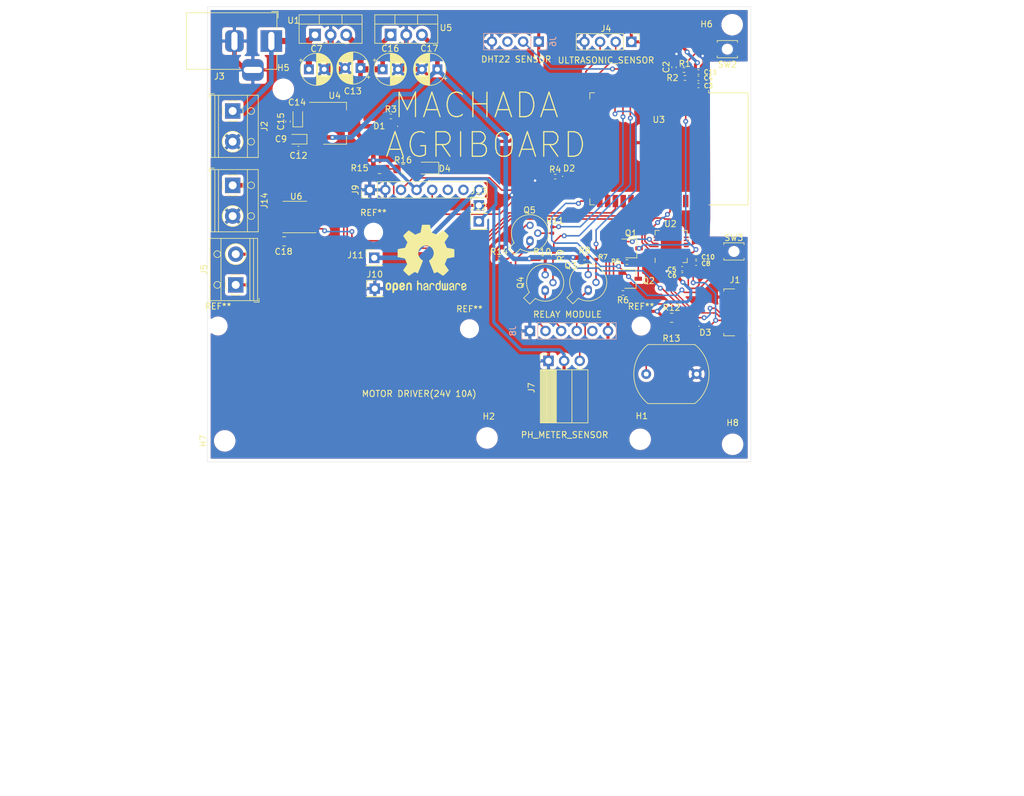
<source format=kicad_pcb>
(kicad_pcb (version 20171130) (host pcbnew "(5.1.8)-1")
  (layers (0 F.Cu signal) (31 B.Cu signal) (34 B.Paste user) (35 F.Paste user) (36 B.SilkS user) (37 F.SilkS user) (38 B.Mask user) (39 F.Mask user) (44 Edge.Cuts user))
  (net 0 "")
  (net 1 GND)
  (net 2 EN)
  (net 3 +3V3)
  (net 4 VBUS)
  (net 5 "Net-(D1-Pad1)")
  (net 6 "Net-(D2-Pad1)")
  (net 7 IO15)
  (net 8 D-)
  (net 9 D+)
  (net 10 TX2)
  (net 11 RX2)
  (net 12 RXD0)
  (net 13 TXDO)
  (net 14 "Net-(Q1-Pad2)")
  (net 15 RTS)
  (net 16 IO0)
  (net 17 "Net-(Q2-Pad2)")
  (net 18 DTR)
  (net 19 "Net-(R1-Pad2)")
  (net 20 Vin)
  (net 21 +24V)
  (net 22 +12V)
  (net 23 "Net-(D4-Pad2)")
  (net 24 Trigger)
  (net 25 Echo)
  (net 26 "Net-(J5-Pad1)")
  (net 27 "Net-(J5-Pad2)")
  (net 28 DHTPIN)
  (net 29 PH_Meter_Pin)
  (net 30 HEATER_RELAY)
  (net 31 FAN_RELAY)
  (net 32 HUMIDIFIER_RELAY)
  (net 33 PWM_PUMP)
  (net 34 FAULT_PIN)
  (net 35 VM)
  (net 36 "Net-(Q3-Pad2)")
  (net 37 "Net-(Q3-Pad3)")
  (net 38 "Net-(Q4-Pad2)")
  (net 39 "Net-(Q4-Pad3)")
  (net 40 "Net-(Q5-Pad3)")
  (net 41 "Net-(Q5-Pad2)")
  (net 42 HUMIDIFIER)
  (net 43 FAN)
  (net 44 HEATER)
  (net 45 LDR_PIN)
  (net 46 DE)
  (net 47 ~RE)
  (module logo:my_logofp (layer F.Cu) (at 73.47 86.91 270)
    (fp_text reference G*** hide)
    (fp_text value LOGO hide)
  )
  (module MountingHole:MountingHole_2.1mm (layer F.Cu) (at 59.1 82.89)
    (fp_text reference REF** (at 0 -3.2) (layer F.SilkS))
    (fp_text value MountingHole_2.1mm)
    (pad "" np_thru_hole circle (at 0 0) (size 2.1 2.1) (drill 2.1) (layers *.Cu *.Mask))
  )
  (module MountingHole:MountingHole_2.1mm (layer F.Cu) (at 127.89 82.91)
    (fp_text reference REF** (at 0 -3.2) (layer F.SilkS))
    (fp_text value MountingHole_2.1mm)
    (pad "" np_thru_hole circle (at 0 0) (size 2.1 2.1) (drill 2.1) (layers *.Cu *.Mask))
  )
  (module "" (layer F.Cu) (at 105.58 91.48)
    (fp_text reference "" (at 84.37 67.65) (layer F.SilkS) (effects (font (size 1.27 1.27))))
    (fp_text value "" (at 84.37 67.65) (layer F.SilkS) (effects (font (size 1.27 1.27))))
  )
  (module MountingHole:MountingHole_2.1mm (layer F.Cu) (at 84.37 67.65)
    (fp_text reference REF** (at 0 -3.2) (layer F.SilkS))
    (fp_text value MountingHole_2.1mm)
    (pad "" np_thru_hole circle (at 0 0) (size 2.1 2.1) (drill 2.1) (layers *.Cu *.Mask))
  )
  (module MountingHole:MountingHole_2.1mm (layer F.Cu) (at 99.98 83.33)
    (fp_text reference REF** (at 0 -3.2) (layer F.SilkS))
    (fp_text value MountingHole_2.1mm)
    (pad "" np_thru_hole circle (at 0 0) (size 2.1 2.1) (drill 2.1) (layers *.Cu *.Mask))
  )
  (module Symbol:OSHW-Logo2_14.6x12mm_SilkScreen (layer F.Cu) (at 92.91 71.97)
    (fp_text reference REF** hide)
    (fp_text value OSHW-Logo2_14.6x12mm_SilkScreen hide)
  )
  (module Capacitor_SMD:C_0402_1005Metric (layer F.Cu) (at 133.24 40.79 270)
    (fp_text reference C2 (at -0.03 1.26 90) (layer F.SilkS))
    (fp_text value 0.1uF)
    (pad 1 smd roundrect (at -0.48 0 270) (size 0.56 0.62) (layers F.Cu F.Paste F.Mask) (net 1 GND))
    (pad 2 smd roundrect (at 0.48 0 270) (size 0.56 0.62) (layers F.Cu F.Paste F.Mask) (net 2 EN))
  )
  (module Capacitor_SMD:C_0402_1005Metric (layer F.Cu) (at 137.21 43.75)
    (fp_text reference C3 (at 1.62 0.06) (layer F.SilkS) (effects (font (size 0.75 0.75))))
    (fp_text value 0.1uF)
    (pad 2 smd roundrect (at 0.48 0) (size 0.56 0.62) (layers F.Cu F.Paste F.Mask) (net 1 GND))
    (pad 1 smd roundrect (at -0.48 0) (size 0.56 0.62) (layers F.Cu F.Paste F.Mask) (net 3 +3V3))
  )
  (module Capacitor_SMD:C_0402_1005Metric (layer F.Cu) (at 137.21 42.59)
    (fp_text reference C4 (at 1.6 -0.04) (layer F.SilkS) (effects (font (size 0.75 0.75))))
    (fp_text value 0.01uF)
    (pad 1 smd roundrect (at -0.48 0) (size 0.56 0.62) (layers F.Cu F.Paste F.Mask) (net 3 +3V3))
    (pad 2 smd roundrect (at 0.48 0) (size 0.56 0.62) (layers F.Cu F.Paste F.Mask) (net 1 GND))
  )
  (module Capacitor_SMD:C_0402_1005Metric (layer F.Cu) (at 134.58 73.58)
    (fp_text reference C5 (at -1.68 0.13) (layer F.SilkS) (effects (font (size 0.75 0.75))))
    (fp_text value 10uF)
    (pad 2 smd roundrect (at 0.48 0) (size 0.56 0.62) (layers F.Cu F.Paste F.Mask) (net 1 GND))
    (pad 1 smd roundrect (at -0.48 0) (size 0.56 0.62) (layers F.Cu F.Paste F.Mask) (net 3 +3V3))
  )
  (module Capacitor_SMD:C_0402_1005Metric (layer F.Cu) (at 134.58 74.58)
    (fp_text reference C6 (at -1.63 0.07) (layer F.SilkS) (effects (font (size 0.75 0.75))))
    (fp_text value 0.1uF)
    (pad 2 smd roundrect (at 0.48 0) (size 0.56 0.62) (layers F.Cu F.Paste F.Mask) (net 1 GND))
    (pad 1 smd roundrect (at -0.48 0) (size 0.56 0.62) (layers F.Cu F.Paste F.Mask) (net 3 +3V3))
  )
  (module Capacitor_THT:CP_Radial_D5.0mm_P2.50mm (layer F.Cu) (at 73.86 41.12)
    (fp_text reference C7 (at 1.25 -3.33) (layer F.SilkS))
    (fp_text value "100uF(>50V)")
    (pad 1 thru_hole rect (at 0 0) (size 1.6 1.6) (drill 0.8) (layers *.Cu *.Mask) (net 21 +24V))
    (pad 2 thru_hole circle (at 2.5 0) (size 1.6 1.6) (drill 0.8) (layers *.Cu *.Mask) (net 1 GND))
  )
  (module Capacitor_SMD:C_0402_1005Metric (layer F.Cu) (at 136.84 72.67)
    (fp_text reference C8 (at 1.59 0.06) (layer F.SilkS) (effects (font (size 0.75 0.75))))
    (fp_text value 0.1uF)
    (pad 2 smd roundrect (at 0.48 0) (size 0.56 0.62) (layers F.Cu F.Paste F.Mask) (net 1 GND))
    (pad 1 smd roundrect (at -0.48 0) (size 0.56 0.62) (layers F.Cu F.Paste F.Mask) (net 4 VBUS))
  )
  (module Capacitor_Tantalum_SMD:CP_EIA-1608-08_AVX-J_Pad1.25x1.05mm_HandSolder (layer F.Cu) (at 71.87 52.5 180)
    (fp_text reference C9 (at 2.55 0.04) (layer F.SilkS))
    (fp_text value 10uF)
    (pad 2 smd roundrect (at 0.8 0 180) (size 1.25 1.05) (layers F.Cu F.Paste F.Mask) (roundrect_rratio 0.2380942857142857) (net 1 GND))
    (pad 1 smd roundrect (at -0.8 0 180) (size 1.25 1.05) (layers F.Cu F.Paste F.Mask) (roundrect_rratio 0.2380942857142857) (net 20 Vin))
  )
  (module Capacitor_SMD:C_0402_1005Metric (layer F.Cu) (at 136.84 71.66)
    (fp_text reference C10 (at 1.94 0.01) (layer F.SilkS) (effects (font (size 0.75 0.75))))
    (fp_text value 10uF)
    (pad 1 smd roundrect (at -0.48 0) (size 0.56 0.62) (layers F.Cu F.Paste F.Mask) (net 4 VBUS))
    (pad 2 smd roundrect (at 0.48 0) (size 0.56 0.62) (layers F.Cu F.Paste F.Mask) (net 1 GND))
  )
  (module Capacitor_SMD:C_0402_1005Metric (layer F.Cu) (at 137.22 41.56)
    (fp_text reference C11 (at 1.97 0.02) (layer F.SilkS) (effects (font (size 0.75 0.75))))
    (fp_text value 1uF)
    (pad 1 smd roundrect (at -0.48 0) (size 0.56 0.62) (layers F.Cu F.Paste F.Mask) (net 3 +3V3))
    (pad 2 smd roundrect (at 0.48 0) (size 0.56 0.62) (layers F.Cu F.Paste F.Mask) (net 1 GND))
  )
  (module Capacitor_SMD:C_0402_1005Metric (layer F.Cu) (at 72.17 54 180)
    (fp_text reference C12 (at 0 -1.16) (layer F.SilkS))
    (fp_text value 0.1uF)
    (pad 1 smd roundrect (at -0.48 0 180) (size 0.56 0.62) (layers F.Cu F.Paste F.Mask) (net 20 Vin))
    (pad 2 smd roundrect (at 0.48 0 180) (size 0.56 0.62) (layers F.Cu F.Paste F.Mask) (net 1 GND))
  )
  (module Capacitor_THT:CP_Radial_D5.0mm_P2.50mm (layer F.Cu) (at 82.26 40.92 180)
    (fp_text reference C13 (at 1.25 -3.75) (layer F.SilkS))
    (fp_text value "100uF(50V)")
    (pad 2 thru_hole circle (at 2.5 0 180) (size 1.6 1.6) (drill 0.8) (layers *.Cu *.Mask) (net 1 GND))
    (pad 1 thru_hole rect (at 0 0 180) (size 1.6 1.6) (drill 0.8) (layers *.Cu *.Mask) (net 22 +12V))
  )
  (module Capacitor_Tantalum_SMD:CP_EIA-1608-08_AVX-J_Pad1.25x1.05mm_HandSolder (layer F.Cu) (at 72.07 48.8 90)
    (fp_text reference C14 (at 2.3 -0.13 180) (layer F.SilkS))
    (fp_text value 10uF)
    (pad 1 smd roundrect (at -0.8 0 90) (size 1.25 1.05) (layers F.Cu F.Paste F.Mask) (roundrect_rratio 0.2380942857142857) (net 3 +3V3))
    (pad 2 smd roundrect (at 0.8 0 90) (size 1.25 1.05) (layers F.Cu F.Paste F.Mask) (roundrect_rratio 0.2380942857142857) (net 1 GND))
  )
  (module Capacitor_SMD:C_0402_1005Metric (layer F.Cu) (at 70.47 49.62 90)
    (fp_text reference C15 (at 0 -1.16 90) (layer F.SilkS))
    (fp_text value 0.1uF)
    (pad 2 smd roundrect (at 0.48 0 90) (size 0.56 0.62) (layers F.Cu F.Paste F.Mask) (net 1 GND))
    (pad 1 smd roundrect (at -0.48 0 90) (size 0.56 0.62) (layers F.Cu F.Paste F.Mask) (net 3 +3V3))
  )
  (module Capacitor_THT:CP_Radial_D5.0mm_P2.50mm (layer F.Cu) (at 85.86 41.12)
    (fp_text reference C16 (at 1.24 -3.38) (layer F.SilkS))
    (fp_text value "100uF(50V)")
    (pad 1 thru_hole rect (at 0 0) (size 1.6 1.6) (drill 0.8) (layers *.Cu *.Mask) (net 22 +12V))
    (pad 2 thru_hole circle (at 2.5 0) (size 1.6 1.6) (drill 0.8) (layers *.Cu *.Mask) (net 1 GND))
  )
  (module Capacitor_THT:CP_Radial_D5.0mm_P2.50mm (layer F.Cu) (at 94.76 41.12 180)
    (fp_text reference C17 (at 1.3 3.4) (layer F.SilkS))
    (fp_text value 10uF)
    (pad 2 thru_hole circle (at 2.5 0 180) (size 1.6 1.6) (drill 0.8) (layers *.Cu *.Mask) (net 1 GND))
    (pad 1 thru_hole rect (at 0 0 180) (size 1.6 1.6) (drill 0.8) (layers *.Cu *.Mask) (net 20 Vin))
  )
  (module LED_SMD:LED_0402_1005Metric (layer F.Cu) (at 87.2 50.39 180)
    (fp_text reference D1 (at 1.89 0.03) (layer F.SilkS))
    (fp_text value LED)
    (pad 2 smd roundrect (at 0.485 0 180) (size 0.59 0.64) (layers F.Cu F.Paste F.Mask) (net 3 +3V3))
    (pad 1 smd roundrect (at -0.485 0 180) (size 0.59 0.64) (layers F.Cu F.Paste F.Mask) (net 5 "Net-(D1-Pad1)"))
  )
  (module LED_SMD:LED_0402_1005Metric (layer F.Cu) (at 116.21 58.53)
    (fp_text reference D2 (at -0.030001 -1.295001) (layer F.SilkS))
    (fp_text value LED)
    (pad 1 smd roundrect (at -0.485 0) (size 0.59 0.64) (layers F.Cu F.Paste F.Mask) (net 6 "Net-(D2-Pad1)"))
    (pad 2 smd roundrect (at 0.485 0) (size 0.59 0.64) (layers F.Cu F.Paste F.Mask) (net 7 IO15))
  )
  (module Diode_SMD:D_0201_0603Metric_Pad0.64x0.40mm_HandSolder (layer F.Cu) (at 138.34 82.92)
    (fp_text reference D3 (at -0.01 1.03) (layer F.SilkS))
    (fp_text value 1N5818)
    (pad 1 smd roundrect (at -0.4075 0) (size 0.635 0.4) (layers F.Cu F.Mask) (net 20 Vin))
    (pad 2 smd roundrect (at 0.4075 0) (size 0.635 0.4) (layers F.Cu F.Mask) (net 4 VBUS))
  )
  (module LED_SMD:LED_0805_2012Metric_Pad1.15x1.40mm_HandSolder (layer F.Cu) (at 93.125 57.19 180)
    (fp_text reference D4 (at -2.835 -0.08) (layer F.SilkS))
    (fp_text value LED)
    (pad 1 smd roundrect (at -1.025 0 180) (size 1.15 1.4) (layers F.Cu F.Paste F.Mask) (roundrect_rratio 0.2173904347826087) (net 1 GND))
    (pad 2 smd roundrect (at 1.025 0 180) (size 1.15 1.4) (layers F.Cu F.Paste F.Mask) (roundrect_rratio 0.2173904347826087) (net 23 "Net-(D4-Pad2)"))
  )
  (module MountingHole:MountingHole_2.5mm (layer F.Cu) (at 127.74 101.32 90)
    (fp_text reference H1 (at 3.79 0.27 180) (layer F.SilkS))
    (fp_text value MountingHole)
    (pad 1 np_thru_hole circle (at 0 0 90) (size 2.5 2.5) (drill 2.5) (layers *.Cu *.Mask))
  )
  (module MountingHole:MountingHole_2.5mm (layer F.Cu) (at 102.84 101.11 90)
    (fp_text reference H2 (at 3.51 0.28 180) (layer F.SilkS))
    (fp_text value MountingHole)
    (pad 1 np_thru_hole circle (at 0 0 90) (size 2.5 2.5) (drill 2.5) (layers *.Cu *.Mask))
  )
  (module MountingHole:MountingHole_2.5mm (layer F.Cu) (at 69.71 44.37)
    (fp_text reference H5 (at 0 -3.5) (layer F.SilkS))
    (fp_text value MountingHole)
    (pad 1 np_thru_hole circle (at 0 0) (size 2.5 2.5) (drill 2.5) (layers *.Cu *.Mask))
  )
  (module MountingHole:MountingHole_2.5mm (layer F.Cu) (at 142.7 33.86)
    (fp_text reference H6 (at -4.17 -0.09) (layer F.SilkS))
    (fp_text value MountingHole)
    (pad 1 np_thru_hole circle (at 0 0) (size 2.5 2.5) (drill 2.5) (layers *.Cu *.Mask))
  )
  (module MountingHole:MountingHole_2.5mm (layer F.Cu) (at 60.18 101.58 90)
    (fp_text reference H7 (at 0 -3.5 90) (layer F.SilkS))
    (fp_text value MountingHole)
    (pad 1 np_thru_hole circle (at 0 0 90) (size 2.5 2.5) (drill 2.5) (layers *.Cu *.Mask))
  )
  (module MountingHole:MountingHole_2.5mm (layer F.Cu) (at 142.77 102.14)
    (fp_text reference H8 (at 0 -3.5) (layer F.SilkS))
    (fp_text value MountingHole)
    (pad 1 np_thru_hole circle (at 0 0) (size 2.5 2.5) (drill 2.5) (layers *.Cu *.Mask))
  )
  (module Connector_USB:USB_Micro-B_Molex_47346-0001 (layer F.Cu) (at 143.05 80.67 90)
    (fp_text reference J1 (at 5.28 0.12) (layer F.SilkS))
    (fp_text value USB_B_Micro)
    (pad 1 smd rect (at -1.3 -1.46 90) (size 0.45 1.38) (layers F.Cu F.Paste F.Mask) (net 4 VBUS))
    (pad 2 smd rect (at -0.65 -1.46 90) (size 0.45 1.38) (layers F.Cu F.Paste F.Mask) (net 8 D-))
    (pad 3 smd rect (at 0 -1.46 90) (size 0.45 1.38) (layers F.Cu F.Paste F.Mask) (net 9 D+))
    (pad 4 smd rect (at 0.65 -1.46 90) (size 0.45 1.38) (layers F.Cu F.Paste F.Mask))
    (pad 5 smd rect (at 1.3 -1.46 90) (size 0.45 1.38) (layers F.Cu F.Paste F.Mask) (net 1 GND))
    (pad 6 smd rect (at -2.4875 -1.375 90) (size 1.425 1.55) (layers F.Cu F.Paste F.Mask) (net 1 GND))
    (pad 6 smd rect (at 2.4875 -1.375 90) (size 1.425 1.55) (layers F.Cu F.Paste F.Mask) (net 1 GND))
    (pad 6 smd rect (at -3.375 1.2 90) (size 1.65 1.3) (layers F.Cu F.Paste F.Mask) (net 1 GND))
    (pad 6 smd rect (at 3.375 1.2 90) (size 1.65 1.3) (layers F.Cu F.Paste F.Mask) (net 1 GND))
    (pad 6 smd rect (at -1.15 1.2 90) (size 1.8 1.9) (layers F.Cu F.Paste F.Mask) (net 1 GND))
    (pad 6 smd rect (at 1.55 1.2 90) (size 1 1.9) (layers F.Cu F.Paste F.Mask) (net 1 GND))
  )
  (module TerminalBlock_RND:TerminalBlock_RND_205-00012_1x02_P5.00mm_Horizontal (layer F.Cu) (at 61.47 47.9 270)
    (fp_text reference J2 (at 2.5 -5.16 90) (layer F.SilkS))
    (fp_text value Screw_Terminal_01x02)
    (pad 2 thru_hole circle (at 5 0 270) (size 2.5 2.5) (drill 1.3) (layers *.Cu *.Mask) (net 1 GND))
    (pad 1 thru_hole rect (at 0 0 270) (size 2.5 2.5) (drill 1.3) (layers *.Cu *.Mask) (net 21 +24V))
  )
  (module Connector_BarrelJack:BarrelJack_Horizontal (layer F.Cu) (at 67.76 36.52)
    (fp_text reference J3 (at -8.45 5.75) (layer F.SilkS))
    (fp_text value Barrel_Jack_Switch_Pin3Ring)
    (pad 1 thru_hole rect (at 0 0) (size 3.5 3.5) (drill oval 1 3) (layers *.Cu *.Mask) (net 21 +24V))
    (pad 2 thru_hole roundrect (at -6 0) (size 3 3.5) (drill oval 1 3) (layers *.Cu *.Mask) (net 1 GND))
    (pad 3 thru_hole roundrect (at -3 4.7) (size 3.5 3.5) (drill oval 3 1) (layers *.Cu *.Mask) (net 1 GND))
  )
  (module Connector_PinHeader_2.54mm:PinHeader_1x04_P2.54mm_Vertical (layer F.Cu) (at 126.3 36.65 270)
    (fp_text reference J4 (at -2.14 4.11 180) (layer F.SilkS))
    (fp_text value Conn_01x04_Male)
    (pad 1 thru_hole rect (at 0 0 270) (size 1.7 1.7) (drill 1) (layers *.Cu *.Mask) (net 3 +3V3))
    (pad 2 thru_hole oval (at 0 2.54 270) (size 1.7 1.7) (drill 1) (layers *.Cu *.Mask) (net 24 Trigger))
    (pad 3 thru_hole oval (at 0 5.08 270) (size 1.7 1.7) (drill 1) (layers *.Cu *.Mask) (net 25 Echo))
    (pad 4 thru_hole oval (at 0 7.62 270) (size 1.7 1.7) (drill 1) (layers *.Cu *.Mask) (net 1 GND))
  )
  (module TerminalBlock_RND:TerminalBlock_RND_205-00012_1x02_P5.00mm_Horizontal (layer F.Cu) (at 61.97 76.2 90)
    (fp_text reference J5 (at 2.5 -5.16 90) (layer F.SilkS))
    (fp_text value NPK_SIGNAL_CONNECTOR)
    (pad 1 thru_hole rect (at 0 0 90) (size 2.5 2.5) (drill 1.3) (layers *.Cu *.Mask) (net 26 "Net-(J5-Pad1)"))
    (pad 2 thru_hole circle (at 5 0 90) (size 2.5 2.5) (drill 1.3) (layers *.Cu *.Mask) (net 27 "Net-(J5-Pad2)"))
  )
  (module Connector_PinHeader_2.54mm:PinHeader_1x04_P2.54mm_Vertical (layer B.Cu) (at 111.24 36.61 90)
    (fp_text reference J6 (at 0 2.33 -90) (layer B.SilkS) (effects (justify mirror)))
    (fp_text value Conn_01x04_Male)
    (pad 4 thru_hole oval (at 0 -7.62 90) (size 1.7 1.7) (drill 1) (layers *.Cu *.Mask) (net 1 GND))
    (pad 3 thru_hole oval (at 0 -5.08 90) (size 1.7 1.7) (drill 1) (layers *.Cu *.Mask))
    (pad 2 thru_hole oval (at 0 -2.54 90) (size 1.7 1.7) (drill 1) (layers *.Cu *.Mask) (net 28 DHTPIN))
    (pad 1 thru_hole rect (at 0 0 90) (size 1.7 1.7) (drill 1) (layers *.Cu *.Mask) (net 3 +3V3))
  )
  (module Connector_PinSocket_2.54mm:PinSocket_1x03_P2.54mm_Horizontal (layer F.Cu) (at 112.83 88.56 90)
    (fp_text reference J7 (at -4.38 -2.77 90) (layer F.SilkS))
    (fp_text value Conn_01x03_Female)
    (pad 1 thru_hole rect (at 0 0 90) (size 1.7 1.7) (drill 1) (layers *.Cu *.Mask) (net 1 GND))
    (pad 2 thru_hole oval (at 0 2.54 90) (size 1.7 1.7) (drill 1) (layers *.Cu *.Mask) (net 3 +3V3))
    (pad 3 thru_hole oval (at 0 5.08 90) (size 1.7 1.7) (drill 1) (layers *.Cu *.Mask) (net 29 PH_Meter_Pin))
  )
  (module Connector_PinSocket_2.54mm:PinSocket_1x06_P2.54mm_Vertical (layer B.Cu) (at 109.81 83.69 270)
    (fp_text reference J8 (at 0 2.77 270) (layer B.SilkS) (effects (justify mirror)))
    (fp_text value "RELAY CONN")
    (pad 1 thru_hole rect (at 0 0 270) (size 1.7 1.7) (drill 1) (layers *.Cu *.Mask) (net 1 GND))
    (pad 2 thru_hole oval (at 0 -2.54 270) (size 1.7 1.7) (drill 1) (layers *.Cu *.Mask) (net 30 HEATER_RELAY))
    (pad 3 thru_hole oval (at 0 -5.08 270) (size 1.7 1.7) (drill 1) (layers *.Cu *.Mask) (net 31 FAN_RELAY))
    (pad 4 thru_hole oval (at 0 -7.62 270) (size 1.7 1.7) (drill 1) (layers *.Cu *.Mask) (net 32 HUMIDIFIER_RELAY))
    (pad 5 thru_hole oval (at 0 -10.16 270) (size 1.7 1.7) (drill 1) (layers *.Cu *.Mask))
    (pad 6 thru_hole oval (at 0 -12.7 270) (size 1.7 1.7) (drill 1) (layers *.Cu *.Mask) (net 3 +3V3))
  )
  (module Connector_PinHeader_2.54mm:PinHeader_1x08_P2.54mm_Vertical (layer F.Cu) (at 83.76 60.74 90)
    (fp_text reference J9 (at 0 -2.33 90) (layer F.SilkS))
    (fp_text value Conn_01x08_Male)
    (pad 1 thru_hole rect (at 0 0 90) (size 1.7 1.7) (drill 1) (layers *.Cu *.Mask) (net 1 GND))
    (pad 2 thru_hole oval (at 0 2.54 90) (size 1.7 1.7) (drill 1) (layers *.Cu *.Mask) (net 1 GND))
    (pad 3 thru_hole oval (at 0 5.08 90) (size 1.7 1.7) (drill 1) (layers *.Cu *.Mask) (net 33 PWM_PUMP))
    (pad 4 thru_hole oval (at 0 7.62 90) (size 1.7 1.7) (drill 1) (layers *.Cu *.Mask) (net 3 +3V3))
    (pad 5 thru_hole oval (at 0 10.16 90) (size 1.7 1.7) (drill 1) (layers *.Cu *.Mask) (net 34 FAULT_PIN))
    (pad 6 thru_hole oval (at 0 12.7 90) (size 1.7 1.7) (drill 1) (layers *.Cu *.Mask))
    (pad 7 thru_hole oval (at 0 15.24 90) (size 1.7 1.7) (drill 1) (layers *.Cu *.Mask))
    (pad 8 thru_hole oval (at 0 17.78 90) (size 1.7 1.7) (drill 1) (layers *.Cu *.Mask) (net 35 VM))
  )
  (module Connector_PinHeader_2.54mm:PinHeader_1x01_P2.54mm_Vertical (layer F.Cu) (at 84.58 76.81)
    (fp_text reference J10 (at 0 -2.33) (layer F.SilkS))
    (fp_text value Conn_01x01_Female)
    (pad 1 thru_hole rect (at 0 0) (size 1.7 1.7) (drill 1) (layers *.Cu *.Mask) (net 1 GND))
  )
  (module Connector_PinHeader_2.54mm:PinHeader_1x01_P2.54mm_Vertical (layer F.Cu) (at 84.5 71.79)
    (fp_text reference J11 (at -3.06 -0.43) (layer F.SilkS))
    (fp_text value Conn_01x01_Female)
    (pad 1 thru_hole rect (at 0 0) (size 1.7 1.7) (drill 1) (layers *.Cu *.Mask) (net 35 VM))
  )
  (module Connector_PinHeader_2.54mm:PinHeader_1x01_P2.54mm_Vertical (layer F.Cu) (at 101.5 65.86)
    (fp_text reference J12 (at 0 -2.33) (layer F.SilkS))
    (fp_text value Conn_01x01_Female)
    (pad 1 thru_hole rect (at 0 0) (size 1.7 1.7) (drill 1) (layers *.Cu *.Mask) (net 3 +3V3))
  )
  (module Connector_PinHeader_2.54mm:PinHeader_1x01_P2.54mm_Vertical (layer F.Cu) (at 101.5 63.26)
    (fp_text reference J13 (at 0 -2.33) (layer F.SilkS))
    (fp_text value Conn_01x01_Female)
    (pad 1 thru_hole rect (at 0 0) (size 1.7 1.7) (drill 1) (layers *.Cu *.Mask) (net 1 GND))
  )
  (module TerminalBlock_RND:TerminalBlock_RND_205-00012_1x02_P5.00mm_Horizontal (layer F.Cu) (at 61.47 60 270)
    (fp_text reference J14 (at 2.5 -5.16 90) (layer F.SilkS))
    (fp_text value NPK_POWER_CONNECTOR)
    (pad 1 thru_hole rect (at 0 0 270) (size 2.5 2.5) (drill 1.3) (layers *.Cu *.Mask) (net 22 +12V))
    (pad 2 thru_hole circle (at 5 0 270) (size 2.5 2.5) (drill 1.3) (layers *.Cu *.Mask) (net 1 GND))
  )
  (module Package_TO_SOT_SMD:TSOT-23 (layer F.Cu) (at 126.25 70.25)
    (fp_text reference Q1 (at 0 -2.45) (layer F.SilkS))
    (fp_text value S8050)
    (pad 3 smd rect (at 1.31 0) (size 1.22 0.65) (layers F.Cu F.Paste F.Mask) (net 2 EN))
    (pad 2 smd rect (at -1.31 0.95) (size 1.22 0.65) (layers F.Cu F.Paste F.Mask) (net 14 "Net-(Q1-Pad2)"))
    (pad 1 smd rect (at -1.31 -0.95) (size 1.22 0.65) (layers F.Cu F.Paste F.Mask) (net 15 RTS))
  )
  (module Package_TO_SOT_SMD:TSOT-23 (layer F.Cu) (at 126.12 75.2)
    (fp_text reference Q2 (at 2.99 0.34) (layer F.SilkS))
    (fp_text value S8050)
    (pad 1 smd rect (at -1.31 -0.95) (size 1.22 0.65) (layers F.Cu F.Paste F.Mask) (net 16 IO0))
    (pad 2 smd rect (at -1.31 0.95) (size 1.22 0.65) (layers F.Cu F.Paste F.Mask) (net 17 "Net-(Q2-Pad2)"))
    (pad 3 smd rect (at 1.31 0) (size 1.22 0.65) (layers F.Cu F.Paste F.Mask) (net 18 DTR))
  )
  (module Package_TO_SOT_THT:TO-18-3 (layer F.Cu) (at 119.29 77.06 90)
    (fp_text reference Q3 (at 4 -2.86 180) (layer F.SilkS))
    (fp_text value 2N2222)
    (pad 1 thru_hole oval (at 0 0 90) (size 1.6 1.2) (drill 0.7) (layers *.Cu *.Mask) (net 32 HUMIDIFIER_RELAY))
    (pad 2 thru_hole oval (at 1.27 1.27 90) (size 1.2 1.2) (drill 0.7) (layers *.Cu *.Mask) (net 36 "Net-(Q3-Pad2)"))
    (pad 3 thru_hole oval (at 2.54 0 90) (size 1.2 1.2) (drill 0.7) (layers *.Cu *.Mask) (net 37 "Net-(Q3-Pad3)"))
  )
  (module Package_TO_SOT_THT:TO-18-3 (layer F.Cu) (at 112.29 77.1 90)
    (fp_text reference Q4 (at 1.27 -4.02 90) (layer F.SilkS))
    (fp_text value 2N2222)
    (pad 1 thru_hole oval (at 0 0 90) (size 1.6 1.2) (drill 0.7) (layers *.Cu *.Mask) (net 31 FAN_RELAY))
    (pad 2 thru_hole oval (at 1.27 1.27 90) (size 1.2 1.2) (drill 0.7) (layers *.Cu *.Mask) (net 38 "Net-(Q4-Pad2)"))
    (pad 3 thru_hole oval (at 2.54 0 90) (size 1.2 1.2) (drill 0.7) (layers *.Cu *.Mask) (net 39 "Net-(Q4-Pad3)"))
  )
  (module Package_TO_SOT_THT:TO-18-3 (layer F.Cu) (at 109.82 69.05 90)
    (fp_text reference Q5 (at 5 -0.07 180) (layer F.SilkS))
    (fp_text value 2N2222)
    (pad 3 thru_hole oval (at 2.54 0 90) (size 1.2 1.2) (drill 0.7) (layers *.Cu *.Mask) (net 40 "Net-(Q5-Pad3)"))
    (pad 2 thru_hole oval (at 1.27 1.27 90) (size 1.2 1.2) (drill 0.7) (layers *.Cu *.Mask) (net 41 "Net-(Q5-Pad2)"))
    (pad 1 thru_hole oval (at 0 0 90) (size 1.6 1.2) (drill 0.7) (layers *.Cu *.Mask) (net 30 HEATER_RELAY))
  )
  (module Resistor_SMD:R_0402_1005Metric_Pad0.72x0.64mm_HandSolder (layer F.Cu) (at 134.8625 41.23)
    (fp_text reference R1 (at 0.1275 -1.02) (layer F.SilkS))
    (fp_text value 470)
    (pad 1 smd roundrect (at -0.5975 0) (size 0.715 0.64) (layers F.Cu F.Paste F.Mask) (net 2 EN))
    (pad 2 smd roundrect (at 0.5975 0) (size 0.715 0.64) (layers F.Cu F.Paste F.Mask) (net 19 "Net-(R1-Pad2)"))
  )
  (module Resistor_SMD:R_0402_1005Metric (layer F.Cu) (at 135.02 42.53 180)
    (fp_text reference R2 (at 2.03 0.02) (layer F.SilkS))
    (fp_text value 10k)
    (pad 1 smd roundrect (at -0.51 0 180) (size 0.54 0.64) (layers F.Cu F.Paste F.Mask) (net 3 +3V3))
    (pad 2 smd roundrect (at 0.51 0 180) (size 0.54 0.64) (layers F.Cu F.Paste F.Mask) (net 2 EN))
  )
  (module Resistor_SMD:R_0402_1005Metric (layer F.Cu) (at 87.19 48.79)
    (fp_text reference R3 (at 0 -1.17) (layer F.SilkS))
    (fp_text value 10k)
    (pad 2 smd roundrect (at 0.51 0) (size 0.54 0.64) (layers F.Cu F.Paste F.Mask) (net 5 "Net-(D1-Pad1)"))
    (pad 1 smd roundrect (at -0.51 0) (size 0.54 0.64) (layers F.Cu F.Paste F.Mask) (net 1 GND))
  )
  (module Resistor_SMD:R_0402_1005Metric (layer F.Cu) (at 113.92 58.58)
    (fp_text reference R4 (at 0 -1.17) (layer F.SilkS))
    (fp_text value 10k)
    (pad 2 smd roundrect (at 0.51 0) (size 0.54 0.64) (layers F.Cu F.Paste F.Mask) (net 6 "Net-(D2-Pad1)"))
    (pad 1 smd roundrect (at -0.51 0) (size 0.54 0.64) (layers F.Cu F.Paste F.Mask) (net 1 GND))
  )
  (module Resistor_SMD:R_0402_1005Metric_Pad0.72x0.64mm_HandSolder (layer F.Cu) (at 125.5775 72.48)
    (fp_text reference R5 (at -1.8275 -0.08) (layer F.SilkS) (effects (font (size 0.75 0.75))))
    (fp_text value "12k 1%")
    (pad 2 smd roundrect (at 0.5975 0) (size 0.715 0.64) (layers F.Cu F.Paste F.Mask) (net 18 DTR))
    (pad 1 smd roundrect (at -0.5975 0) (size 0.715 0.64) (layers F.Cu F.Paste F.Mask) (net 14 "Net-(Q1-Pad2)"))
  )
  (module Resistor_SMD:R_0402_1005Metric_Pad0.72x0.64mm_HandSolder (layer F.Cu) (at 124.9425 77.51 180)
    (fp_text reference R6 (at 0 -1.17) (layer F.SilkS))
    (fp_text value "12k 1%")
    (pad 1 smd roundrect (at -0.5975 0 180) (size 0.715 0.64) (layers F.Cu F.Paste F.Mask) (net 17 "Net-(Q2-Pad2)"))
    (pad 2 smd roundrect (at 0.5975 0 180) (size 0.715 0.64) (layers F.Cu F.Paste F.Mask) (net 15 RTS))
  )
  (module Resistor_SMD:R_0402_1005Metric (layer F.Cu) (at 120.59 71.55 90)
    (fp_text reference R7 (at -0.09 1.12 180) (layer F.SilkS) (effects (font (size 0.75 0.75))))
    (fp_text value 10k)
    (pad 2 smd roundrect (at 0.51 0 90) (size 0.54 0.64) (layers F.Cu F.Paste F.Mask) (net 42 HUMIDIFIER))
    (pad 1 smd roundrect (at -0.51 0 90) (size 0.54 0.64) (layers F.Cu F.Paste F.Mask) (net 36 "Net-(Q3-Pad2)"))
  )
  (module Resistor_SMD:R_0402_1005Metric (layer F.Cu) (at 118.7 71.76)
    (fp_text reference R8 (at 0 -1.17) (layer F.SilkS))
    (fp_text value 10k)
    (pad 1 smd roundrect (at -0.51 0) (size 0.54 0.64) (layers F.Cu F.Paste F.Mask) (net 20 Vin))
    (pad 2 smd roundrect (at 0.51 0) (size 0.54 0.64) (layers F.Cu F.Paste F.Mask) (net 37 "Net-(Q3-Pad3)"))
  )
  (module Resistor_SMD:R_0402_1005Metric (layer F.Cu) (at 113.69 71.37 90)
    (fp_text reference R9 (at -0.02 1.14 90) (layer F.SilkS))
    (fp_text value 10k)
    (pad 2 smd roundrect (at 0.51 0 90) (size 0.54 0.64) (layers F.Cu F.Paste F.Mask) (net 43 FAN))
    (pad 1 smd roundrect (at -0.51 0 90) (size 0.54 0.64) (layers F.Cu F.Paste F.Mask) (net 38 "Net-(Q4-Pad2)"))
  )
  (module Resistor_SMD:R_0402_1005Metric (layer F.Cu) (at 111.88 71.86)
    (fp_text reference R10 (at -0.06 -1.06) (layer F.SilkS))
    (fp_text value 10k)
    (pad 1 smd roundrect (at -0.51 0) (size 0.54 0.64) (layers F.Cu F.Paste F.Mask) (net 20 Vin))
    (pad 2 smd roundrect (at 0.51 0) (size 0.54 0.64) (layers F.Cu F.Paste F.Mask) (net 39 "Net-(Q4-Pad3)"))
  )
  (module Resistor_SMD:R_0402_1005Metric (layer F.Cu) (at 113.44 67.28 90)
    (fp_text reference R11 (at 1.54 0.44 180) (layer F.SilkS))
    (fp_text value 10k)
    (pad 1 smd roundrect (at -0.51 0 90) (size 0.54 0.64) (layers F.Cu F.Paste F.Mask) (net 41 "Net-(Q5-Pad2)"))
    (pad 2 smd roundrect (at 0.51 0 90) (size 0.54 0.64) (layers F.Cu F.Paste F.Mask) (net 44 HEATER))
  )
  (module Resistor_SMD:R_0805_2012Metric_Pad1.20x1.40mm_HandSolder (layer F.Cu) (at 132.86 81.55)
    (fp_text reference R12 (at 0 -1.65) (layer F.SilkS))
    (fp_text value R)
    (pad 1 smd roundrect (at -1 0) (size 1.2 1.4) (layers F.Cu F.Paste F.Mask) (roundrect_rratio 0.2083325) (net 3 +3V3))
    (pad 2 smd roundrect (at 1 0) (size 1.2 1.4) (layers F.Cu F.Paste F.Mask) (roundrect_rratio 0.2083325) (net 45 LDR_PIN))
  )
  (module OptoDevice:R_LDR_11x9.4mm_P8.2mm_Vertical (layer F.Cu) (at 128.72 90.71)
    (fp_text reference R13 (at 4.1 -5.8) (layer F.SilkS))
    (fp_text value R_PHOTO)
    (pad 1 thru_hole circle (at 0 0) (size 1.6 1.6) (drill 0.8) (layers *.Cu *.Mask) (net 45 LDR_PIN))
    (pad 2 thru_hole circle (at 8.2 0) (size 1.6 1.6) (drill 0.8) (layers *.Cu *.Mask) (net 1 GND))
  )
  (module Resistor_SMD:R_0402_1005Metric (layer F.Cu) (at 104.79 71.96)
    (fp_text reference R14 (at 0 -1.17) (layer F.SilkS))
    (fp_text value 10k)
    (pad 1 smd roundrect (at -0.51 0) (size 0.54 0.64) (layers F.Cu F.Paste F.Mask) (net 20 Vin))
    (pad 2 smd roundrect (at 0.51 0) (size 0.54 0.64) (layers F.Cu F.Paste F.Mask) (net 40 "Net-(Q5-Pad3)"))
  )
  (module Resistor_SMD:R_0805_2012Metric_Pad1.20x1.40mm_HandSolder (layer F.Cu) (at 85.35 57.36)
    (fp_text reference R15 (at -3.24 -0.17) (layer F.SilkS))
    (fp_text value 10k)
    (pad 2 smd roundrect (at 1 0) (size 1.2 1.4) (layers F.Cu F.Paste F.Mask) (roundrect_rratio 0.2083325) (net 34 FAULT_PIN))
    (pad 1 smd roundrect (at -1 0) (size 1.2 1.4) (layers F.Cu F.Paste F.Mask) (roundrect_rratio 0.2083325) (net 3 +3V3))
  )
  (module Resistor_SMD:R_0805_2012Metric_Pad1.20x1.40mm_HandSolder (layer F.Cu) (at 89.19 57.33)
    (fp_text reference R16 (at -0.01 -1.44) (layer F.SilkS))
    (fp_text value 10k)
    (pad 1 smd roundrect (at -1 0) (size 1.2 1.4) (layers F.Cu F.Paste F.Mask) (roundrect_rratio 0.2083325) (net 34 FAULT_PIN))
    (pad 2 smd roundrect (at 1 0) (size 1.2 1.4) (layers F.Cu F.Paste F.Mask) (roundrect_rratio 0.2083325) (net 23 "Net-(D4-Pad2)"))
  )
  (module Button_Switch_SMD:SW_SPST_B3U-1000P-B (layer F.Cu) (at 141.92 37.84 180)
    (fp_text reference SW2 (at 0 -2.5) (layer F.SilkS))
    (fp_text value SW_Push)
    (pad 1 smd rect (at -1.7 0 180) (size 0.9 1.7) (layers F.Cu F.Paste F.Mask) (net 1 GND))
    (pad 2 smd rect (at 1.7 0 180) (size 0.9 1.7) (layers F.Cu F.Paste F.Mask) (net 19 "Net-(R1-Pad2)"))
    (pad "" np_thru_hole circle (at 0 0 180) (size 0.8 0.8) (drill 0.8) (layers *.Cu *.Mask))
  )
  (module Button_Switch_SMD:SW_SPST_B3U-1000P-B (layer F.Cu) (at 142.99 70.76)
    (fp_text reference SW3 (at -0.02 -2.23) (layer F.SilkS))
    (fp_text value SW_Push)
    (pad "" np_thru_hole circle (at 0 0) (size 0.8 0.8) (drill 0.8) (layers *.Cu *.Mask))
    (pad 2 smd rect (at 1.7 0) (size 0.9 1.7) (layers F.Cu F.Paste F.Mask) (net 1 GND))
    (pad 1 smd rect (at -1.7 0) (size 0.9 1.7) (layers F.Cu F.Paste F.Mask) (net 16 IO0))
  )
  (module Package_TO_SOT_THT:TO-220-3_Vertical (layer F.Cu) (at 74.86 35.52)
    (fp_text reference U1 (at -3.49 -2.35) (layer F.SilkS))
    (fp_text value LM7812_TO220)
    (pad 3 thru_hole oval (at 5.08 0) (size 1.905 2) (drill 1.1) (layers *.Cu *.Mask) (net 22 +12V))
    (pad 2 thru_hole oval (at 2.54 0) (size 1.905 2) (drill 1.1) (layers *.Cu *.Mask) (net 1 GND))
    (pad 1 thru_hole rect (at 0 0) (size 1.905 2) (drill 1.1) (layers *.Cu *.Mask) (net 21 +24V))
  )
  (module Package_DFN_QFN:QFN-28-1EP_5x5mm_P0.5mm_EP3.35x3.35mm (layer F.Cu) (at 132.78 69.96 90)
    (fp_text reference U2 (at 3.69 -0.12 180) (layer F.SilkS))
    (fp_text value CP2102N-A01-GQFN28)
    (pad 1 smd roundrect (at -2.45 -1.5 90) (size 0.8 0.25) (layers F.Cu F.Paste F.Mask))
    (pad 2 smd roundrect (at -2.45 -1 90) (size 0.8 0.25) (layers F.Cu F.Paste F.Mask))
    (pad 3 smd roundrect (at -2.45 -0.5 90) (size 0.8 0.25) (layers F.Cu F.Paste F.Mask) (net 1 GND))
    (pad 4 smd roundrect (at -2.45 0 90) (size 0.8 0.25) (layers F.Cu F.Paste F.Mask) (net 9 D+))
    (pad 5 smd roundrect (at -2.45 0.5 90) (size 0.8 0.25) (layers F.Cu F.Paste F.Mask) (net 8 D-))
    (pad 6 smd roundrect (at -2.45 1 90) (size 0.8 0.25) (layers F.Cu F.Paste F.Mask) (net 3 +3V3))
    (pad 7 smd roundrect (at -2.45 1.5 90) (size 0.8 0.25) (layers F.Cu F.Paste F.Mask))
    (pad 8 smd roundrect (at -1.5 2.45 90) (size 0.25 0.8) (layers F.Cu F.Paste F.Mask) (net 4 VBUS))
    (pad 9 smd roundrect (at -1 2.45 90) (size 0.25 0.8) (layers F.Cu F.Paste F.Mask) (net 2 EN))
    (pad 10 smd roundrect (at -0.5 2.45 90) (size 0.25 0.8) (layers F.Cu F.Paste F.Mask))
    (pad 11 smd roundrect (at 0 2.45 90) (size 0.25 0.8) (layers F.Cu F.Paste F.Mask))
    (pad 12 smd roundrect (at 0.5 2.45 90) (size 0.25 0.8) (layers F.Cu F.Paste F.Mask))
    (pad 13 smd roundrect (at 1 2.45 90) (size 0.25 0.8) (layers F.Cu F.Paste F.Mask))
    (pad 14 smd roundrect (at 1.5 2.45 90) (size 0.25 0.8) (layers F.Cu F.Paste F.Mask))
    (pad 15 smd roundrect (at 2.45 1.5 90) (size 0.8 0.25) (layers F.Cu F.Paste F.Mask))
    (pad 16 smd roundrect (at 2.45 1 90) (size 0.8 0.25) (layers F.Cu F.Paste F.Mask))
    (pad 17 smd roundrect (at 2.45 0.5 90) (size 0.8 0.25) (layers F.Cu F.Paste F.Mask))
    (pad 18 smd roundrect (at 2.45 0 90) (size 0.8 0.25) (layers F.Cu F.Paste F.Mask))
    (pad 19 smd roundrect (at 2.45 -0.5 90) (size 0.8 0.25) (layers F.Cu F.Paste F.Mask))
    (pad 20 smd roundrect (at 2.45 -1 90) (size 0.8 0.25) (layers F.Cu F.Paste F.Mask))
    (pad 21 smd roundrect (at 2.45 -1.5 90) (size 0.8 0.25) (layers F.Cu F.Paste F.Mask))
    (pad 22 smd roundrect (at 1.5 -2.45 90) (size 0.25 0.8) (layers F.Cu F.Paste F.Mask))
    (pad 23 smd roundrect (at 1 -2.45 90) (size 0.25 0.8) (layers F.Cu F.Paste F.Mask))
    (pad 24 smd roundrect (at 0.5 -2.45 90) (size 0.25 0.8) (layers F.Cu F.Paste F.Mask) (net 15 RTS))
    (pad 25 smd roundrect (at 0 -2.45 90) (size 0.25 0.8) (layers F.Cu F.Paste F.Mask) (net 12 RXD0))
    (pad 26 smd roundrect (at -0.5 -2.45 90) (size 0.25 0.8) (layers F.Cu F.Paste F.Mask) (net 13 TXDO))
    (pad 27 smd roundrect (at -1 -2.45 90) (size 0.25 0.8) (layers F.Cu F.Paste F.Mask))
    (pad 28 smd roundrect (at -1.5 -2.45 90) (size 0.25 0.8) (layers F.Cu F.Paste F.Mask) (net 18 DTR))
    (pad 29 smd rect (at 0 0 90) (size 3.35 3.35) (layers F.Cu F.Mask) (net 1 GND))
  )
  (module RF_Module:ESP32-WROOM-32 (layer F.Cu) (at 129.43 54.06 270)
    (fp_text reference U3 (at -4.75 -1.34) (layer F.SilkS))
    (fp_text value ESP32-WROOM-32)
    (pad 39 smd rect (at -1 -0.755 270) (size 5 5) (layers F.Cu F.Paste F.Mask) (net 1 GND))
    (pad 1 smd rect (at -8.5 -8.255 270) (size 2 0.9) (layers F.Cu F.Paste F.Mask) (net 1 GND))
    (pad 2 smd rect (at -8.5 -6.985 270) (size 2 0.9) (layers F.Cu F.Paste F.Mask) (net 3 +3V3))
    (pad 3 smd rect (at -8.5 -5.715 270) (size 2 0.9) (layers F.Cu F.Paste F.Mask) (net 2 EN))
    (pad 4 smd rect (at -8.5 -4.445 270) (size 2 0.9) (layers F.Cu F.Paste F.Mask))
    (pad 5 smd rect (at -8.5 -3.175 270) (size 2 0.9) (layers F.Cu F.Paste F.Mask))
    (pad 6 smd rect (at -8.5 -1.905 270) (size 2 0.9) (layers F.Cu F.Paste F.Mask) (net 28 DHTPIN))
    (pad 7 smd rect (at -8.5 -0.635 270) (size 2 0.9) (layers F.Cu F.Paste F.Mask))
    (pad 8 smd rect (at -8.5 0.635 270) (size 2 0.9) (layers F.Cu F.Paste F.Mask))
    (pad 9 smd rect (at -8.5 1.905 270) (size 2 0.9) (layers F.Cu F.Paste F.Mask))
    (pad 10 smd rect (at -8.5 3.175 270) (size 2 0.9) (layers F.Cu F.Paste F.Mask) (net 43 FAN))
    (pad 11 smd rect (at -8.5 4.445 270) (size 2 0.9) (layers F.Cu F.Paste F.Mask) (net 44 HEATER))
    (pad 12 smd rect (at -8.5 5.715 270) (size 2 0.9) (layers F.Cu F.Paste F.Mask) (net 42 HUMIDIFIER))
    (pad 13 smd rect (at -8.5 6.985 270) (size 2 0.9) (layers F.Cu F.Paste F.Mask) (net 33 PWM_PUMP))
    (pad 14 smd rect (at -8.5 8.255 270) (size 2 0.9) (layers F.Cu F.Paste F.Mask) (net 24 Trigger))
    (pad 15 smd rect (at -5.715 9.255) (size 2 0.9) (layers F.Cu F.Paste F.Mask) (net 1 GND))
    (pad 16 smd rect (at -4.445 9.255) (size 2 0.9) (layers F.Cu F.Paste F.Mask) (net 25 Echo))
    (pad 17 smd rect (at -3.175 9.255) (size 2 0.9) (layers F.Cu F.Paste F.Mask))
    (pad 18 smd rect (at -1.905 9.255) (size 2 0.9) (layers F.Cu F.Paste F.Mask))
    (pad 19 smd rect (at -0.635 9.255) (size 2 0.9) (layers F.Cu F.Paste F.Mask))
    (pad 20 smd rect (at 0.635 9.255) (size 2 0.9) (layers F.Cu F.Paste F.Mask))
    (pad 21 smd rect (at 1.905 9.255) (size 2 0.9) (layers F.Cu F.Paste F.Mask))
    (pad 22 smd rect (at 3.175 9.255) (size 2 0.9) (layers F.Cu F.Paste F.Mask))
    (pad 23 smd rect (at 4.445 9.255) (size 2 0.9) (layers F.Cu F.Paste F.Mask) (net 7 IO15))
    (pad 24 smd rect (at 5.715 9.255) (size 2 0.9) (layers F.Cu F.Paste F.Mask))
    (pad 25 smd rect (at 8.5 8.255 270) (size 2 0.9) (layers F.Cu F.Paste F.Mask) (net 16 IO0))
    (pad 26 smd rect (at 8.5 6.985 270) (size 2 0.9) (layers F.Cu F.Paste F.Mask) (net 46 DE))
    (pad 27 smd rect (at 8.5 5.715 270) (size 2 0.9) (layers F.Cu F.Paste F.Mask) (net 11 RX2))
    (pad 28 smd rect (at 8.5 4.445 270) (size 2 0.9) (layers F.Cu F.Paste F.Mask) (net 10 TX2))
    (pad 29 smd rect (at 8.5 3.175 270) (size 2 0.9) (layers F.Cu F.Paste F.Mask) (net 47 ~RE))
    (pad 30 smd rect (at 8.5 1.905 270) (size 2 0.9) (layers F.Cu F.Paste F.Mask))
    (pad 31 smd rect (at 8.5 0.635 270) (size 2 0.9) (layers F.Cu F.Paste F.Mask) (net 29 PH_Meter_Pin))
    (pad 32 smd rect (at 8.5 -0.635 270) (size 2 0.9) (layers F.Cu F.Paste F.Mask))
    (pad 33 smd rect (at 8.5 -1.905 270) (size 2 0.9) (layers F.Cu F.Paste F.Mask) (net 45 LDR_PIN))
    (pad 34 smd rect (at 8.5 -3.175 270) (size 2 0.9) (layers F.Cu F.Paste F.Mask) (net 12 RXD0))
    (pad 35 smd rect (at 8.5 -4.445 270) (size 2 0.9) (layers F.Cu F.Paste F.Mask) (net 13 TXDO))
    (pad 36 smd rect (at 8.5 -5.715 270) (size 2 0.9) (layers F.Cu F.Paste F.Mask))
    (pad 37 smd rect (at 8.5 -6.985 270) (size 2 0.9) (layers F.Cu F.Paste F.Mask))
    (pad 38 smd rect (at 8.5 -8.255 270) (size 2 0.9) (layers F.Cu F.Paste F.Mask) (net 1 GND))
  )
  (module Package_TO_SOT_SMD:SOT-223-3_TabPin2 (layer F.Cu) (at 78.07 49.9)
    (fp_text reference U4 (at 0 -4.5) (layer F.SilkS))
    (fp_text value LM1117-3.3)
    (pad 2 smd rect (at 3.15 0) (size 2 3.8) (layers F.Cu F.Paste F.Mask) (net 3 +3V3))
    (pad 2 smd rect (at -3.15 0) (size 2 1.5) (layers F.Cu F.Paste F.Mask) (net 3 +3V3))
    (pad 3 smd rect (at -3.15 2.3) (size 2 1.5) (layers F.Cu F.Paste F.Mask) (net 20 Vin))
    (pad 1 smd rect (at -3.15 -2.3) (size 2 1.5) (layers F.Cu F.Paste F.Mask) (net 1 GND))
  )
  (module Package_TO_SOT_THT:TO-220-3_Vertical (layer F.Cu) (at 87.16 35.52)
    (fp_text reference U5 (at 9 -1.15) (layer F.SilkS))
    (fp_text value LM7805_TO220)
    (pad 1 thru_hole rect (at 0 0) (size 1.905 2) (drill 1.1) (layers *.Cu *.Mask) (net 22 +12V))
    (pad 2 thru_hole oval (at 2.54 0) (size 1.905 2) (drill 1.1) (layers *.Cu *.Mask) (net 1 GND))
    (pad 3 thru_hole oval (at 5.08 0) (size 1.905 2) (drill 1.1) (layers *.Cu *.Mask) (net 20 Vin))
  )
  (module Package_SO:SOIC-8_3.9x4.9mm_P1.27mm (layer F.Cu) (at 71.58 65.15 180)
    (fp_text reference U6 (at -0.23 3.33) (layer F.SilkS))
    (fp_text value MAX3486)
    (pad 1 smd roundrect (at -2.475 -1.905 180) (size 1.95 0.6) (layers F.Cu F.Paste F.Mask) (net 11 RX2))
    (pad 2 smd roundrect (at -2.475 -0.635 180) (size 1.95 0.6) (layers F.Cu F.Paste F.Mask) (net 47 ~RE))
    (pad 3 smd roundrect (at -2.475 0.635 180) (size 1.95 0.6) (layers F.Cu F.Paste F.Mask) (net 46 DE))
    (pad 4 smd roundrect (at -2.475 1.905 180) (size 1.95 0.6) (layers F.Cu F.Paste F.Mask) (net 10 TX2))
    (pad 5 smd roundrect (at 2.475 1.905 180) (size 1.95 0.6) (layers F.Cu F.Paste F.Mask) (net 1 GND))
    (pad 6 smd roundrect (at 2.475 0.635 180) (size 1.95 0.6) (layers F.Cu F.Paste F.Mask) (net 27 "Net-(J5-Pad2)"))
    (pad 7 smd roundrect (at 2.475 -0.635 180) (size 1.95 0.6) (layers F.Cu F.Paste F.Mask) (net 26 "Net-(J5-Pad1)"))
    (pad 8 smd roundrect (at 2.475 -1.905 180) (size 1.95 0.6) (layers F.Cu F.Paste F.Mask) (net 3 +3V3))
  )
  (module Capacitor_SMD:C_0805_2012Metric_Pad1.18x1.45mm_HandSolder (layer F.Cu) (at 69.84 69.11)
    (fp_text reference C18 (at -0.09 1.67) (layer F.SilkS))
    (fp_text value 0.1uF)
    (pad 1 smd roundrect (at -1.0375 0) (size 1.175 1.45) (layers F.Cu F.Paste F.Mask) (roundrect_rratio 0.2127659574468085) (net 3 +3V3))
    (pad 2 smd roundrect (at 1.0375 0) (size 1.175 1.45) (layers F.Cu F.Paste F.Mask) (roundrect_rratio 0.2127659574468085) (net 1 GND))
  )
  (gr_text "MACHADA \nAGRIBOARD\n" (at 102.63 50.21) (layer F.SilkS) (effects (font (size 4 4) (thickness 0.2))))
  (gr_text "RELAY MODULE\n" (at 115.92 81.01) (layer F.SilkS) (effects (font (size 1 1))))
  (gr_text "PH_METER_SENSOR\n" (at 115.45 100.61) (layer F.SilkS) (effects (font (size 1 1))))
  (gr_text "DHT22 SENSOR\n" (at 107.58 39.49) (layer F.SilkS) (effects (font (size 1 1))))
  (gr_text ULTRASONIC_SENSOR (at 122.19 39.65) (layer F.SilkS) (effects (font (size 1 1))))
  (gr_text "MOTOR DRIVER(24V 10A)" (at 91.8 93.91) (layer F.SilkS) (effects (font (size 1 1))))
  (gr_line (start 145.75 105) (end 145.75 30.94) (layer Edge.Cuts) (width 0.05))
  (gr_line (start 57.37 105) (end 145.75 105) (layer Edge.Cuts) (width 0.05))
  (gr_line (start 57.37 30.94) (end 145.75 30.94) (layer Edge.Cuts) (width 0.05))
  (gr_line (start 57.37 79.14) (end 57.37 30.94) (layer Edge.Cuts) (width 0.05))
  (gr_line (start 57.37 105) (end 57.37 79.14) (layer Edge.Cuts) (width 0.05))
  (segment (start 137.32 72.67) (end 137.32 71.66) (width 0.5) (layer F.Cu) (net 1))
  (segment (start 135.06 73.58) (end 135.06 74.58) (width 0.5) (layer F.Cu) (net 1))
  (segment (start 86.3 60.74) (end 83.76 60.74) (width 0.5) (layer F.Cu) (net 1))
  (segment (start 79.56 41.12) (end 79.76 40.92) (width 0.75) (layer F.Cu) (net 1))
  (segment (start 77.4 40.08) (end 76.36 41.12) (width 0.75) (layer F.Cu) (net 1))
  (segment (start 77.4 35.52) (end 77.4 40.08) (width 0.75) (layer F.Cu) (net 1))
  (segment (start 89.7 39.78) (end 89.7 35.52) (width 0.75) (layer F.Cu) (net 1))
  (segment (start 88.36 41.12) (end 89.7 39.78) (width 0.75) (layer F.Cu) (net 1))
  (segment (start 92.26 41.12) (end 88.36 41.12) (width 0.75) (layer F.Cu) (net 1))
  (segment (start 64.76 41.22) (end 63.56 41.22) (width 0.75) (layer F.Cu) (net 1))
  (segment (start 61.76 39.42) (end 61.76 36.52) (width 0.75) (layer F.Cu) (net 1))
  (segment (start 63.56 41.22) (end 61.76 39.42) (width 0.75) (layer F.Cu) (net 1))
  (segment (start 78.71 41.12) (end 79.56 41.12) (width 0.75) (layer F.Cu) (net 1))
  (segment (start 77.4 35.52) (end 77.4 39.96) (width 1) (layer F.Cu) (net 1))
  (segment (start 77.4 39.96) (end 78.56 41.12) (width 1) (layer F.Cu) (net 1))
  (segment (start 78.56 41.12) (end 78.71 41.12) (width 1) (layer F.Cu) (net 1))
  (segment (start 76.36 41.12) (end 78.56 41.12) (width 1) (layer F.Cu) (net 1))
  (segment (start 132.28 70.46) (end 132.78 69.96) (width 0.25) (layer F.Cu) (net 1))
  (segment (start 132.28 72.41) (end 132.28 70.46) (width 0.25) (layer F.Cu) (net 1))
  (segment (start 144.25 84.045) (end 144.25 81.82) (width 0.5) (layer F.Cu) (net 1))
  (segment (start 141.675 83.1575) (end 141.675 83.285) (width 0.5) (layer F.Cu) (net 1))
  (segment (start 142.435 84.045) (end 144.25 84.045) (width 0.5) (layer F.Cu) (net 1))
  (segment (start 141.675 83.285) (end 142.435 84.045) (width 0.5) (layer F.Cu) (net 1))
  (segment (start 144.25 81.82) (end 144.25 79.12) (width 0.5) (layer F.Cu) (net 1))
  (segment (start 141.84 79.12) (end 141.615001 79.344999) (width 0.5) (layer F.Cu) (net 1))
  (segment (start 144.25 79.12) (end 141.84 79.12) (width 0.5) (layer F.Cu) (net 1))
  (segment (start 144.25 77.295) (end 144.25 79.12) (width 0.5) (layer F.Cu) (net 1))
  (segment (start 141.675 78.1825) (end 141.675 78.925) (width 0.5) (layer F.Cu) (net 1))
  (segment (start 141.59 79.01) (end 141.59 79.344999) (width 0.5) (layer F.Cu) (net 1))
  (segment (start 141.675 78.925) (end 141.59 79.01) (width 0.5) (layer F.Cu) (net 1))
  (via (at 132.05 73.98) (size 0.8) (drill 0.4) (layers F.Cu B.Cu) (net 1))
  (via (at 110.65 59.23) (size 0.8) (drill 0.4) (layers F.Cu B.Cu) (net 1))
  (segment (start 101.5 63.26) (end 105.21 63.26) (width 0.5) (layer F.Cu) (net 1))
  (via (at 106.89 61.58) (size 0.8) (drill 0.4) (layers F.Cu B.Cu) (net 1))
  (segment (start 105.21 63.26) (end 106.89 61.58) (width 0.5) (layer F.Cu) (net 1))
  (segment (start 132.28 73.75) (end 132.05 73.98) (width 0.25) (layer F.Cu) (net 1))
  (segment (start 132.28 72.41) (end 132.28 73.75) (width 0.25) (layer F.Cu) (net 1))
  (segment (start 137.32 72.67) (end 137.32 76.2) (width 0.25) (layer F.Cu) (net 1))
  (segment (start 137.32 76.2) (end 136.76 76.76) (width 0.25) (layer F.Cu) (net 1))
  (segment (start 136.76 76.76) (end 135.84 76.76) (width 0.25) (layer F.Cu) (net 1))
  (segment (start 135.84 76.76) (end 135.57 76.49) (width 0.25) (layer F.Cu) (net 1))
  (segment (start 135.57 75.09) (end 135.06 74.58) (width 0.25) (layer F.Cu) (net 1))
  (segment (start 135.57 76.49) (end 135.57 75.09) (width 0.25) (layer F.Cu) (net 1))
  (segment (start 137.69 41.57) (end 137.7 41.56) (width 0.5) (layer F.Cu) (net 1))
  (segment (start 137.69 42.59) (end 137.69 41.57) (width 0.5) (layer F.Cu) (net 1))
  (segment (start 137.69 43.75) (end 137.69 42.59) (width 0.5) (layer F.Cu) (net 1))
  (segment (start 137.7 41.56) (end 137.7 40.61) (width 0.5) (layer F.Cu) (net 1))
  (segment (start 137.7 40.61) (end 138.11 40.2) (width 0.5) (layer F.Cu) (net 1))
  (via (at 137.9 38.94) (size 0.8) (drill 0.4) (layers F.Cu B.Cu) (net 1))
  (segment (start 138.11 39.15) (end 137.9 38.94) (width 0.5) (layer F.Cu) (net 1))
  (segment (start 138.11 40.2) (end 138.11 39.15) (width 0.5) (layer F.Cu) (net 1))
  (segment (start 137.9 38.94) (end 136.34 37.38) (width 0.5) (layer B.Cu) (net 1))
  (segment (start 136.34 37.38) (end 134.18 37.38) (width 0.5) (layer B.Cu) (net 1))
  (segment (start 134.18 37.38) (end 133.64 37.92) (width 0.5) (layer B.Cu) (net 1))
  (via (at 133.64 38.62) (size 0.8) (drill 0.4) (layers F.Cu B.Cu) (net 1))
  (segment (start 133.64 37.92) (end 133.64 38.62) (width 0.5) (layer B.Cu) (net 1))
  (segment (start 135.23 70.96) (end 136.3 70.96) (width 0.25) (layer F.Cu) (net 2))
  (via (at 136.81 70.45) (size 0.8) (drill 0.4) (layers F.Cu B.Cu) (net 2))
  (segment (start 136.3 70.96) (end 136.81 70.45) (width 0.25) (layer F.Cu) (net 2))
  (via (at 127.56 70.25) (size 0.8) (drill 0.4) (layers F.Cu B.Cu) (net 2))
  (segment (start 127.68 70.25) (end 127.56 70.25) (width 0.25) (layer B.Cu) (net 2))
  (segment (start 128.26 69.67) (end 127.68 70.25) (width 0.25) (layer B.Cu) (net 2))
  (segment (start 134.265 42.285) (end 134.51 42.53) (width 0.25) (layer F.Cu) (net 2))
  (segment (start 134.265 41.23) (end 134.265 42.285) (width 0.25) (layer F.Cu) (net 2))
  (segment (start 135.145 43.165) (end 135.145 45.56) (width 0.25) (layer F.Cu) (net 2))
  (segment (start 134.51 42.53) (end 135.145 43.165) (width 0.25) (layer F.Cu) (net 2))
  (segment (start 135.145 45.56) (end 135.145 49.595) (width 0.25) (layer F.Cu) (net 2))
  (via (at 135.145 49.595) (size 0.8) (drill 0.4) (layers F.Cu B.Cu) (net 2))
  (segment (start 135.145 49.595) (end 135.145 68.785) (width 0.25) (layer B.Cu) (net 2))
  (segment (start 136.245 69.885) (end 136.03 69.67) (width 0.25) (layer B.Cu) (net 2))
  (segment (start 136.81 70.45) (end 136.245 69.885) (width 0.25) (layer B.Cu) (net 2))
  (segment (start 135.58 69.49) (end 135.715 69.355) (width 0.25) (layer B.Cu) (net 2))
  (segment (start 135.58 69.67) (end 135.58 69.49) (width 0.25) (layer B.Cu) (net 2))
  (segment (start 135.145 68.785) (end 135.715 69.355) (width 0.25) (layer B.Cu) (net 2))
  (segment (start 135.715 69.355) (end 136.245 69.885) (width 0.25) (layer B.Cu) (net 2))
  (segment (start 136.03 69.67) (end 135.58 69.67) (width 0.25) (layer B.Cu) (net 2))
  (segment (start 135.58 69.67) (end 128.26 69.67) (width 0.25) (layer B.Cu) (net 2))
  (segment (start 133.28 41.23) (end 133.24 41.27) (width 0.5) (layer F.Cu) (net 2))
  (segment (start 134.265 41.23) (end 133.28 41.23) (width 0.5) (layer F.Cu) (net 2))
  (segment (start 134.1 73.58) (end 134.1 73.45) (width 0.25) (layer F.Cu) (net 3))
  (segment (start 133.78 73.13) (end 133.78 72.41) (width 0.25) (layer F.Cu) (net 3))
  (segment (start 134.1 73.45) (end 133.78 73.13) (width 0.25) (layer F.Cu) (net 3))
  (segment (start 134.1 74.58) (end 134.1 73.58) (width 0.5) (layer F.Cu) (net 3))
  (segment (start 69.105 68.8075) (end 68.8025 69.11) (width 0.5) (layer F.Cu) (net 3))
  (segment (start 69.105 67.055) (end 69.105 68.8075) (width 0.5) (layer F.Cu) (net 3))
  (segment (start 81.71 50.39) (end 81.22 49.9) (width 0.75) (layer F.Cu) (net 3))
  (segment (start 86.715 50.39) (end 81.71 50.39) (width 0.75) (layer F.Cu) (net 3))
  (segment (start 74.92 49.9) (end 81.22 49.9) (width 0.75) (layer F.Cu) (net 3))
  (segment (start 81.22 51.07) (end 81.22 49.9) (width 0.75) (layer F.Cu) (net 3))
  (segment (start 84.35 54.2) (end 81.22 51.07) (width 0.75) (layer F.Cu) (net 3))
  (segment (start 74.62 49.6) (end 74.92 49.9) (width 1) (layer F.Cu) (net 3))
  (segment (start 72.07 49.6) (end 74.62 49.6) (width 1) (layer F.Cu) (net 3))
  (segment (start 71.57 50.1) (end 72.07 49.6) (width 0.5) (layer F.Cu) (net 3))
  (segment (start 70.47 50.1) (end 71.57 50.1) (width 0.5) (layer F.Cu) (net 3))
  (segment (start 115.37 88.56) (end 115.37 90.69) (width 0.5) (layer F.Cu) (net 3))
  (segment (start 115.37 90.69) (end 116.57 91.89) (width 0.5) (layer F.Cu) (net 3))
  (segment (start 116.57 91.89) (end 121.48 91.89) (width 0.5) (layer F.Cu) (net 3))
  (segment (start 122.51 90.86) (end 122.51 83.69) (width 0.5) (layer F.Cu) (net 3))
  (segment (start 121.48 91.89) (end 122.51 90.86) (width 0.5) (layer F.Cu) (net 3))
  (segment (start 136.415 44.065) (end 136.73 43.75) (width 0.5) (layer F.Cu) (net 3))
  (segment (start 136.415 45.56) (end 136.415 44.065) (width 0.5) (layer F.Cu) (net 3))
  (segment (start 136.73 43.75) (end 136.73 42.59) (width 0.5) (layer F.Cu) (net 3))
  (segment (start 135.59 42.59) (end 135.53 42.53) (width 0.5) (layer F.Cu) (net 3))
  (segment (start 136.73 42.59) (end 135.59 42.59) (width 0.5) (layer F.Cu) (net 3))
  (segment (start 136.73 41.57) (end 136.74 41.56) (width 0.5) (layer F.Cu) (net 3))
  (segment (start 86.715 50.39) (end 86.715 51.775) (width 0.5) (layer F.Cu) (net 3))
  (segment (start 86.715 51.775) (end 87.78 52.84) (width 0.5) (layer F.Cu) (net 3))
  (segment (start 87.78 52.84) (end 106.49 52.84) (width 0.5) (layer F.Cu) (net 3))
  (segment (start 111.24 48.09) (end 111.24 36.61) (width 0.5) (layer F.Cu) (net 3))
  (segment (start 106.49 52.84) (end 111.24 48.09) (width 0.5) (layer F.Cu) (net 3))
  (segment (start 111.24 36.61) (end 111.24 34.85) (width 0.5) (layer F.Cu) (net 3))
  (segment (start 111.24 34.85) (end 112.71 33.38) (width 0.5) (layer F.Cu) (net 3))
  (segment (start 112.71 33.38) (end 124.86 33.38) (width 0.5) (layer F.Cu) (net 3))
  (segment (start 126.3 34.82) (end 126.3 36.65) (width 0.5) (layer F.Cu) (net 3))
  (segment (start 124.86 33.38) (end 126.3 34.82) (width 0.5) (layer F.Cu) (net 3))
  (segment (start 126.3 36.65) (end 133.81 36.65) (width 0.5) (layer F.Cu) (net 3))
  (via (at 135.38 38.31) (size 0.8) (drill 0.4) (layers F.Cu B.Cu) (net 3))
  (segment (start 135.38 38.22) (end 135.38 38.31) (width 0.5) (layer F.Cu) (net 3))
  (segment (start 133.81 36.65) (end 135.38 38.22) (width 0.5) (layer F.Cu) (net 3))
  (via (at 137.03 40.04) (size 0.8) (drill 0.4) (layers F.Cu B.Cu) (net 3))
  (segment (start 135.38 38.39) (end 137.03 40.04) (width 0.5) (layer B.Cu) (net 3))
  (segment (start 135.38 38.31) (end 135.38 38.39) (width 0.5) (layer B.Cu) (net 3))
  (segment (start 136.73 40.34) (end 136.73 41.83) (width 0.5) (layer F.Cu) (net 3))
  (segment (start 137.03 40.04) (end 136.73 40.34) (width 0.5) (layer F.Cu) (net 3))
  (segment (start 136.73 41.83) (end 136.73 41.57) (width 0.5) (layer F.Cu) (net 3))
  (segment (start 136.73 42.59) (end 136.73 41.83) (width 0.5) (layer F.Cu) (net 3))
  (via (at 130.51 80.5) (size 0.8) (drill 0.4) (layers F.Cu B.Cu) (net 3))
  (segment (start 131.56 81.55) (end 130.51 80.5) (width 0.5) (layer F.Cu) (net 3))
  (segment (start 131.86 81.55) (end 131.56 81.55) (width 0.5) (layer F.Cu) (net 3))
  (segment (start 130.51 80.5) (end 132.04 78.97) (width 0.5) (layer B.Cu) (net 3))
  (segment (start 132.04 78.97) (end 135.38 78.97) (width 0.5) (layer B.Cu) (net 3))
  (segment (start 135.38 78.97) (end 135.97 78.38) (width 0.5) (layer B.Cu) (net 3))
  (segment (start 135.97 78.38) (end 135.97 77.06) (width 0.5) (layer B.Cu) (net 3))
  (via (at 134.67 75.76) (size 0.8) (drill 0.4) (layers F.Cu B.Cu) (net 3))
  (segment (start 135.97 77.06) (end 134.67 75.76) (width 0.5) (layer B.Cu) (net 3))
  (segment (start 134.1 75.19) (end 134.1 74.58) (width 0.5) (layer F.Cu) (net 3))
  (segment (start 134.67 75.76) (end 134.1 75.19) (width 0.5) (layer F.Cu) (net 3))
  (segment (start 122.51 81.81) (end 122.51 83.69) (width 0.5) (layer F.Cu) (net 3))
  (segment (start 123.82 80.5) (end 122.51 81.81) (width 0.5) (layer F.Cu) (net 3))
  (segment (start 130.51 80.5) (end 123.82 80.5) (width 0.5) (layer F.Cu) (net 3))
  (via (at 84.35 55.92) (size 0.8) (drill 0.4) (layers F.Cu B.Cu) (net 3))
  (segment (start 86.56 55.92) (end 84.35 55.92) (width 0.5) (layer B.Cu) (net 3))
  (segment (start 91.38 60.74) (end 86.56 55.92) (width 0.5) (layer B.Cu) (net 3))
  (segment (start 84.35 55.92) (end 84.35 54.2) (width 0.75) (layer F.Cu) (net 3))
  (segment (start 84.35 57.36) (end 84.35 55.92) (width 0.75) (layer F.Cu) (net 3))
  (segment (start 104.28 63.08) (end 104.28 60.42) (width 0.5) (layer B.Cu) (net 3))
  (segment (start 104.28 60.42) (end 102.8 58.94) (width 0.5) (layer B.Cu) (net 3))
  (segment (start 93.18 58.94) (end 91.38 60.74) (width 0.5) (layer B.Cu) (net 3))
  (segment (start 102.8 58.94) (end 93.18 58.94) (width 0.5) (layer B.Cu) (net 3))
  (segment (start 103.94 63.42) (end 103.94 82.33) (width 0.5) (layer B.Cu) (net 3))
  (segment (start 101.5 65.86) (end 103.94 63.42) (width 0.5) (layer B.Cu) (net 3))
  (segment (start 103.94 63.42) (end 104.28 63.08) (width 0.5) (layer B.Cu) (net 3))
  (segment (start 103.94 82.33) (end 108.37 86.76) (width 0.5) (layer B.Cu) (net 3))
  (segment (start 108.37 86.76) (end 114.63 86.76) (width 0.5) (layer B.Cu) (net 3))
  (segment (start 115.37 87.5) (end 115.37 88.56) (width 0.5) (layer B.Cu) (net 3))
  (segment (start 114.63 86.76) (end 115.37 87.5) (width 0.5) (layer B.Cu) (net 3))
  (segment (start 69.105 67.055) (end 70.325 67.055) (width 0.5) (layer F.Cu) (net 3))
  (segment (start 70.325 67.055) (end 70.72 66.66) (width 0.5) (layer F.Cu) (net 3))
  (segment (start 70.72 66.66) (end 70.72 59.97) (width 0.5) (layer F.Cu) (net 3))
  (segment (start 74.77 55.92) (end 84.35 55.92) (width 0.5) (layer F.Cu) (net 3))
  (segment (start 70.72 59.97) (end 74.77 55.92) (width 0.5) (layer F.Cu) (net 3))
  (segment (start 135.23 71.46) (end 136.16 71.46) (width 0.25) (layer F.Cu) (net 4))
  (segment (start 136.16 71.46) (end 136.36 71.66) (width 0.25) (layer F.Cu) (net 4))
  (segment (start 136.36 72.67) (end 136.36 71.66) (width 0.5) (layer F.Cu) (net 4))
  (segment (start 141.59 81.97) (end 140.02 81.97) (width 0.25) (layer F.Cu) (net 4))
  (segment (start 139.07 82.92) (end 138.7475 82.92) (width 0.25) (layer F.Cu) (net 4))
  (segment (start 140.02 81.97) (end 139.07 82.92) (width 0.25) (layer F.Cu) (net 4))
  (segment (start 136.36 72.67) (end 136.36 75.84) (width 0.25) (layer F.Cu) (net 4))
  (segment (start 136.36 75.84) (end 136.36 75.84) (width 0.25) (layer F.Cu) (net 4))
  (via (at 136.36 75.84) (size 0.8) (drill 0.4) (layers F.Cu B.Cu) (net 4))
  (segment (start 136.36 75.84) (end 138.26 75.84) (width 0.25) (layer B.Cu) (net 4))
  (segment (start 138.26 75.84) (end 140 77.58) (width 0.25) (layer B.Cu) (net 4))
  (via (at 140.02 81.97) (size 0.8) (drill 0.4) (layers F.Cu B.Cu) (net 4))
  (segment (start 140 81.95) (end 140.02 81.97) (width 0.25) (layer B.Cu) (net 4))
  (segment (start 140 77.58) (end 140 81.95) (width 0.25) (layer B.Cu) (net 4))
  (segment (start 87.685 48.805) (end 87.7 48.79) (width 0.75) (layer F.Cu) (net 5))
  (segment (start 87.685 50.39) (end 87.685 48.805) (width 0.75) (layer F.Cu) (net 5))
  (segment (start 114.48 58.53) (end 114.43 58.58) (width 0.25) (layer F.Cu) (net 6))
  (segment (start 115.725 58.53) (end 114.48 58.53) (width 0.25) (layer F.Cu) (net 6))
  (segment (start 120.15 58.53) (end 120.175 58.505) (width 0.25) (layer F.Cu) (net 7))
  (segment (start 116.695 58.53) (end 120.15 58.53) (width 0.25) (layer F.Cu) (net 7))
  (segment (start 141.59 81.32) (end 140.62 81.32) (width 0.25) (layer F.Cu) (net 8))
  (segment (start 140.065 80.765) (end 139.6932 80.765) (width 0.25) (layer F.Cu) (net 8))
  (segment (start 140.62 81.32) (end 140.065 80.765) (width 0.25) (layer F.Cu) (net 8))
  (segment (start 133.28 72.41) (end 133.255 72.435) (width 0.2) (layer F.Cu) (net 8))
  (segment (start 133.255 72.435) (end 133.255 77.2368) (width 0.2) (layer F.Cu) (net 8))
  (segment (start 133.255 77.2368) (end 136.7832 80.765) (width 0.2) (layer F.Cu) (net 8))
  (segment (start 136.7832 80.765) (end 139.6932 80.765) (width 0.2) (layer F.Cu) (net 8))
  (via (at 139.11 80) (size 0.8) (drill 0.4) (layers F.Cu B.Cu) (net 9))
  (segment (start 139.11 80) (end 139.96 80) (width 0.25) (layer F.Cu) (net 9))
  (segment (start 140.63 80.67) (end 141.59 80.67) (width 0.25) (layer F.Cu) (net 9))
  (segment (start 139.96 80) (end 140.63 80.67) (width 0.25) (layer F.Cu) (net 9))
  (segment (start 139.2 80) (end 139.11 80) (width 0.25) (layer B.Cu) (net 9))
  (via (at 138.14 81.54) (size 0.8) (drill 0.4) (layers F.Cu B.Cu) (net 9))
  (segment (start 136.9218 81.54) (end 136.5209 81.1391) (width 0.25) (layer F.Cu) (net 9))
  (segment (start 138.14 81.54) (end 136.9218 81.54) (width 0.25) (layer F.Cu) (net 9))
  (segment (start 136.5209 81.1391) (end 136.5968 81.215) (width 0.2) (layer F.Cu) (net 9))
  (segment (start 138.14 81.54) (end 138.56 81.54) (width 0.25) (layer B.Cu) (net 9))
  (segment (start 139.11 80.99) (end 139.11 80) (width 0.25) (layer B.Cu) (net 9))
  (segment (start 138.56 81.54) (end 139.11 80.99) (width 0.25) (layer B.Cu) (net 9))
  (segment (start 132.805 72.435) (end 132.805 77.4232) (width 0.2) (layer F.Cu) (net 9))
  (segment (start 132.78 72.41) (end 132.805 72.435) (width 0.2) (layer F.Cu) (net 9))
  (segment (start 132.805 77.4232) (end 136.5209 81.1391) (width 0.2) (layer F.Cu) (net 9))
  (segment (start 124.985 63.855) (end 124.985 62.56) (width 0.25) (layer F.Cu) (net 10))
  (segment (start 123.86 64.98) (end 124.985 63.855) (width 0.25) (layer F.Cu) (net 10))
  (segment (start 80.633599 69.780009) (end 101.716401 69.780009) (width 0.25) (layer F.Cu) (net 10))
  (segment (start 106.51641 64.98) (end 123.86 64.98) (width 0.25) (layer F.Cu) (net 10))
  (segment (start 80.099991 69.246401) (end 80.633599 69.780009) (width 0.25) (layer F.Cu) (net 10))
  (segment (start 80.099991 64.094991) (end 80.099991 69.246401) (width 0.25) (layer F.Cu) (net 10))
  (segment (start 79.25 63.245) (end 80.099991 64.094991) (width 0.25) (layer F.Cu) (net 10))
  (segment (start 101.716401 69.780009) (end 106.51641 64.98) (width 0.25) (layer F.Cu) (net 10))
  (segment (start 74.055 63.245) (end 79.25 63.245) (width 0.25) (layer F.Cu) (net 10))
  (via (at 80.86 67.52) (size 0.8) (drill 0.4) (layers F.Cu B.Cu) (net 11))
  (segment (start 80.86 67.52) (end 76.56 67.52) (width 0.25) (layer B.Cu) (net 11))
  (via (at 76.43 67.39) (size 0.8) (drill 0.4) (layers F.Cu B.Cu) (net 11))
  (segment (start 76.56 67.52) (end 76.43 67.39) (width 0.25) (layer B.Cu) (net 11))
  (segment (start 76.43 67.39) (end 76.11 67.07) (width 0.25) (layer F.Cu) (net 11))
  (segment (start 74.07 67.07) (end 74.055 67.055) (width 0.25) (layer F.Cu) (net 11))
  (segment (start 76.11 67.07) (end 74.07 67.07) (width 0.25) (layer F.Cu) (net 11))
  (segment (start 80.86 68.38) (end 80.86 67.52) (width 0.25) (layer F.Cu) (net 11))
  (segment (start 101.834999 69.025001) (end 81.505001 69.025001) (width 0.25) (layer F.Cu) (net 11))
  (segment (start 106.38 64.48) (end 101.834999 69.025001) (width 0.25) (layer F.Cu) (net 11))
  (segment (start 123.045 64.48) (end 106.38 64.48) (width 0.25) (layer F.Cu) (net 11))
  (segment (start 123.715 63.81) (end 123.045 64.48) (width 0.25) (layer F.Cu) (net 11))
  (segment (start 81.505001 69.025001) (end 80.86 68.38) (width 0.25) (layer F.Cu) (net 11))
  (segment (start 123.715 62.56) (end 123.715 63.81) (width 0.25) (layer F.Cu) (net 11))
  (segment (start 132.605 62.56) (end 132.605 64.295) (width 0.25) (layer F.Cu) (net 12))
  (via (at 132.17 64.73) (size 0.8) (drill 0.4) (layers F.Cu B.Cu) (net 12))
  (segment (start 132.605 64.295) (end 132.17 64.73) (width 0.25) (layer F.Cu) (net 12))
  (segment (start 132.17 64.73) (end 131.67 65.23) (width 0.25) (layer B.Cu) (net 12))
  (segment (start 131.67 65.23) (end 131.4 65.23) (width 0.25) (layer B.Cu) (net 12))
  (via (at 130.58 66.05) (size 0.8) (drill 0.4) (layers F.Cu B.Cu) (net 12))
  (segment (start 131.4 65.23) (end 130.58 66.05) (width 0.25) (layer B.Cu) (net 12))
  (segment (start 129.37 69.96) (end 130.33 69.96) (width 0.25) (layer F.Cu) (net 12))
  (segment (start 128.504998 68.125002) (end 128.504998 69.094998) (width 0.25) (layer F.Cu) (net 12))
  (segment (start 128.504998 69.094998) (end 129.37 69.96) (width 0.25) (layer F.Cu) (net 12))
  (segment (start 130.58 66.05) (end 128.504998 68.125002) (width 0.25) (layer F.Cu) (net 12))
  (segment (start 133.875 64.545) (end 133.875 62.56) (width 0.25) (layer F.Cu) (net 13))
  (segment (start 128.054987 69.304402) (end 128.054987 67.398602) (width 0.25) (layer F.Cu) (net 13))
  (segment (start 132.925001 65.494999) (end 133.875 64.545) (width 0.25) (layer F.Cu) (net 13))
  (segment (start 131.768001 65.494999) (end 132.925001 65.494999) (width 0.25) (layer F.Cu) (net 13))
  (segment (start 131.598001 65.324999) (end 131.768001 65.494999) (width 0.25) (layer F.Cu) (net 13))
  (segment (start 130.12859 65.324999) (end 131.598001 65.324999) (width 0.25) (layer F.Cu) (net 13))
  (segment (start 130.33 70.46) (end 129.210585 70.46) (width 0.25) (layer F.Cu) (net 13))
  (segment (start 129.210585 70.46) (end 128.054987 69.304402) (width 0.25) (layer F.Cu) (net 13))
  (segment (start 128.054987 67.398602) (end 130.12859 65.324999) (width 0.25) (layer F.Cu) (net 13))
  (segment (start 124.98 71.24) (end 124.94 71.2) (width 0.25) (layer F.Cu) (net 14))
  (segment (start 124.98 72.48) (end 124.98 71.24) (width 0.25) (layer F.Cu) (net 14))
  (segment (start 124.345 77.51) (end 124.12 77.51) (width 0.25) (layer F.Cu) (net 15))
  (segment (start 124.12 77.51) (end 123.41 76.8) (width 0.25) (layer F.Cu) (net 15))
  (segment (start 123.41 76.8) (end 123.41 69.86) (width 0.25) (layer F.Cu) (net 15))
  (segment (start 123.97 69.3) (end 124.94 69.3) (width 0.25) (layer F.Cu) (net 15))
  (segment (start 123.41 69.86) (end 123.97 69.3) (width 0.25) (layer F.Cu) (net 15))
  (segment (start 129.881978 69.46) (end 129.23 68.808022) (width 0.25) (layer F.Cu) (net 15))
  (segment (start 130.33 69.46) (end 129.881978 69.46) (width 0.25) (layer F.Cu) (net 15))
  (via (at 129.23 68.77) (size 0.8) (drill 0.4) (layers F.Cu B.Cu) (net 15))
  (segment (start 129.23 68.808022) (end 129.23 68.77) (width 0.25) (layer F.Cu) (net 15))
  (segment (start 129.23 68.77) (end 126.84 68.77) (width 0.25) (layer B.Cu) (net 15))
  (via (at 126.46 69.15) (size 0.8) (drill 0.4) (layers F.Cu B.Cu) (net 15))
  (segment (start 126.84 68.77) (end 126.46 69.15) (width 0.25) (layer B.Cu) (net 15))
  (segment (start 125.09 69.15) (end 124.94 69.3) (width 0.25) (layer F.Cu) (net 15))
  (segment (start 126.46 69.15) (end 125.09 69.15) (width 0.25) (layer F.Cu) (net 15))
  (via (at 134.52 77.02) (size 0.8) (drill 0.4) (layers F.Cu B.Cu) (net 16))
  (segment (start 121.175 62.56) (end 118.08 62.56) (width 0.25) (layer F.Cu) (net 16))
  (via (at 117.7 62.94) (size 0.8) (drill 0.4) (layers F.Cu B.Cu) (net 16))
  (segment (start 118.08 62.56) (end 117.7 62.94) (width 0.25) (layer F.Cu) (net 16))
  (segment (start 124.81 74.25) (end 124.81 73.76) (width 0.25) (layer F.Cu) (net 16))
  (segment (start 124.23 73.18) (end 124.23 73.17) (width 0.25) (layer F.Cu) (net 16))
  (segment (start 124.81 73.76) (end 124.23 73.18) (width 0.25) (layer F.Cu) (net 16))
  (segment (start 133.64 77.9) (end 128.89468 77.9) (width 0.25) (layer B.Cu) (net 16))
  (via (at 125.84734 74.85266) (size 0.8) (drill 0.4) (layers F.Cu B.Cu) (net 16))
  (segment (start 124.81 74.25) (end 125.24468 74.25) (width 0.25) (layer F.Cu) (net 16))
  (segment (start 125.24468 74.25) (end 125.84734 74.85266) (width 0.25) (layer F.Cu) (net 16))
  (segment (start 134.52 77.02) (end 133.64 77.9) (width 0.25) (layer B.Cu) (net 16))
  (segment (start 128.89468 77.9) (end 125.84734 74.85266) (width 0.25) (layer B.Cu) (net 16))
  (via (at 124.23 73.18) (size 0.8) (drill 0.4) (layers F.Cu B.Cu) (net 16))
  (segment (start 124.23 73.18) (end 121.3 73.18) (width 0.25) (layer B.Cu) (net 16))
  (segment (start 121.3 73.18) (end 117.52 69.4) (width 0.25) (layer B.Cu) (net 16))
  (segment (start 117.52 69.4) (end 113.82 69.4) (width 0.25) (layer B.Cu) (net 16))
  (segment (start 113.82 69.4) (end 113.35 68.93) (width 0.25) (layer B.Cu) (net 16))
  (segment (start 113.35 68.93) (end 113.35 65.2) (width 0.25) (layer B.Cu) (net 16))
  (segment (start 115.61 62.94) (end 117.7 62.94) (width 0.25) (layer B.Cu) (net 16))
  (segment (start 113.35 65.2) (end 115.61 62.94) (width 0.25) (layer B.Cu) (net 16))
  (segment (start 141.29 70.76) (end 141.29 72.866411) (width 0.25) (layer F.Cu) (net 16))
  (segment (start 141.29 72.866411) (end 136.736412 77.419999) (width 0.25) (layer F.Cu) (net 16))
  (segment (start 136.736412 77.419999) (end 134.919999 77.419999) (width 0.25) (layer F.Cu) (net 16))
  (segment (start 134.919999 77.419999) (end 134.52 77.02) (width 0.25) (layer F.Cu) (net 16))
  (segment (start 124.81 76.15) (end 125.04 76.15) (width 0.25) (layer F.Cu) (net 17))
  (segment (start 125.54 76.65) (end 125.54 77.51) (width 0.25) (layer F.Cu) (net 17))
  (segment (start 125.04 76.15) (end 125.54 76.65) (width 0.25) (layer F.Cu) (net 17))
  (segment (start 126.175 72.48) (end 126.175 72.255) (width 0.25) (layer F.Cu) (net 18))
  (segment (start 126.97 71.46) (end 130.33 71.46) (width 0.25) (layer F.Cu) (net 18))
  (segment (start 126.175 72.255) (end 126.97 71.46) (width 0.25) (layer F.Cu) (net 18))
  (segment (start 126.175 72.48) (end 127.05 72.48) (width 0.25) (layer F.Cu) (net 18))
  (segment (start 127.43 72.86) (end 127.43 75.2) (width 0.25) (layer F.Cu) (net 18))
  (segment (start 127.05 72.48) (end 127.43 72.86) (width 0.25) (layer F.Cu) (net 18))
  (segment (start 135.46 41.23) (end 135.46 39.8) (width 0.25) (layer F.Cu) (net 19))
  (segment (start 137.42 37.84) (end 140.22 37.84) (width 0.25) (layer F.Cu) (net 19))
  (segment (start 135.46 39.8) (end 137.42 37.84) (width 0.25) (layer F.Cu) (net 19))
  (segment (start 94.76 38.04) (end 92.24 35.52) (width 0.75) (layer F.Cu) (net 20))
  (segment (start 94.76 41.12) (end 94.76 38.04) (width 0.75) (layer F.Cu) (net 20))
  (segment (start 74.92 52.2) (end 77.7 52.2) (width 0.75) (layer F.Cu) (net 20))
  (via (at 77.7 52.2) (size 0.8) (drill 0.4) (layers F.Cu B.Cu) (net 20))
  (segment (start 77.7 52.2) (end 80.78 52.2) (width 0.75) (layer B.Cu) (net 20))
  (segment (start 80.78 52.2) (end 87.81 45.17) (width 0.75) (layer B.Cu) (net 20))
  (segment (start 90.71 45.17) (end 94.76 41.12) (width 0.75) (layer B.Cu) (net 20))
  (segment (start 87.81 45.17) (end 90.71 45.17) (width 0.75) (layer B.Cu) (net 20))
  (segment (start 102.965001 49.325001) (end 102.965001 49.375001) (width 0.75) (layer B.Cu) (net 20))
  (segment (start 94.76 41.12) (end 102.965001 49.325001) (width 0.75) (layer B.Cu) (net 20))
  (segment (start 102.965001 49.375001) (end 105.88 52.29) (width 0.75) (layer B.Cu) (net 20))
  (segment (start 105.88 70.64) (end 107.21 71.97) (width 0.75) (layer B.Cu) (net 20))
  (segment (start 109.68 71.97) (end 109.71 71.94) (width 0.75) (layer B.Cu) (net 20))
  (via (at 109.71 71.94) (size 0.8) (drill 0.4) (layers F.Cu B.Cu) (net 20))
  (segment (start 107.21 71.97) (end 109.68 71.97) (width 0.75) (layer B.Cu) (net 20))
  (segment (start 104.28 71.64) (end 104.32 71.6) (width 0.75) (layer F.Cu) (net 20))
  (segment (start 104.28 71.96) (end 104.28 71.64) (width 0.75) (layer F.Cu) (net 20))
  (segment (start 104.32 71.6) (end 104.32 70.71) (width 0.75) (layer F.Cu) (net 20))
  (via (at 105.88 70.05) (size 0.8) (drill 0.4) (layers F.Cu B.Cu) (net 20))
  (segment (start 104.98 70.05) (end 105.88 70.05) (width 0.75) (layer F.Cu) (net 20))
  (segment (start 104.32 70.71) (end 104.98 70.05) (width 0.75) (layer F.Cu) (net 20))
  (segment (start 105.88 70.05) (end 105.88 70.64) (width 0.75) (layer B.Cu) (net 20))
  (segment (start 105.88 52.29) (end 105.88 70.05) (width 0.75) (layer B.Cu) (net 20))
  (segment (start 111.29 71.94) (end 111.37 71.86) (width 0.75) (layer F.Cu) (net 20))
  (segment (start 109.71 71.94) (end 111.29 71.94) (width 0.75) (layer F.Cu) (net 20))
  (via (at 116.81 71.71) (size 0.8) (drill 0.4) (layers F.Cu B.Cu) (net 20))
  (segment (start 116.86 71.76) (end 116.81 71.71) (width 0.75) (layer F.Cu) (net 20))
  (segment (start 118.19 71.76) (end 116.86 71.76) (width 0.75) (layer F.Cu) (net 20))
  (segment (start 109.94 71.71) (end 109.71 71.94) (width 0.75) (layer B.Cu) (net 20))
  (segment (start 74.62 52.5) (end 74.92 52.2) (width 1) (layer F.Cu) (net 20))
  (segment (start 72.67 52.5) (end 74.62 52.5) (width 1) (layer F.Cu) (net 20))
  (segment (start 72.65 52.52) (end 72.67 52.5) (width 0.5) (layer F.Cu) (net 20))
  (segment (start 72.65 54) (end 72.65 52.52) (width 0.5) (layer F.Cu) (net 20))
  (segment (start 137.9325 82.92) (end 137.45 82.92) (width 0.25) (layer F.Cu) (net 20))
  (segment (start 137.45 82.92) (end 131.23 76.7) (width 0.25) (layer F.Cu) (net 20))
  (via (at 131.01 76.73) (size 0.8) (drill 0.4) (layers F.Cu B.Cu) (net 20))
  (segment (start 131.04 76.7) (end 131.01 76.73) (width 0.25) (layer F.Cu) (net 20))
  (segment (start 131.23 76.7) (end 131.04 76.7) (width 0.25) (layer F.Cu) (net 20))
  (segment (start 115.8 71.71) (end 109.94 71.71) (width 0.75) (layer B.Cu) (net 20))
  (segment (start 116.81 71.71) (end 115.8 71.71) (width 0.75) (layer B.Cu) (net 20))
  (segment (start 131.01 76.73) (end 128.185001 73.905001) (width 0.25) (layer B.Cu) (net 20))
  (segment (start 117.57 73.48) (end 115.8 71.71) (width 0.25) (layer B.Cu) (net 20))
  (segment (start 128.185001 73.905001) (end 121.38859 73.905001) (width 0.25) (layer B.Cu) (net 20))
  (segment (start 121.38859 73.905001) (end 120.963589 73.48) (width 0.25) (layer B.Cu) (net 20))
  (segment (start 120.963589 73.48) (end 117.57 73.48) (width 0.25) (layer B.Cu) (net 20))
  (segment (start 67.76 36.52) (end 73.86 36.52) (width 1) (layer F.Cu) (net 21))
  (segment (start 73.86 36.52) (end 74.86 35.52) (width 1) (layer F.Cu) (net 21))
  (segment (start 73.86 41.12) (end 73.86 36.52) (width 1) (layer F.Cu) (net 21))
  (segment (start 61.47 47.9) (end 63.09 47.9) (width 0.75) (layer B.Cu) (net 21))
  (segment (start 67.76 43.23) (end 67.76 36.52) (width 0.75) (layer B.Cu) (net 21))
  (segment (start 63.09 47.9) (end 67.76 43.23) (width 0.75) (layer B.Cu) (net 21))
  (segment (start 61.47 60) (end 64.74 60) (width 0.75) (layer F.Cu) (net 22))
  (segment (start 64.74 60) (end 68.35 56.39) (width 0.75) (layer F.Cu) (net 22))
  (segment (start 68.35 56.39) (end 68.35 48.48) (width 0.75) (layer F.Cu) (net 22))
  (segment (start 68.35 48.48) (end 70.47 46.36) (width 0.75) (layer F.Cu) (net 22))
  (segment (start 70.47 46.36) (end 71.42 46.36) (width 0.75) (layer F.Cu) (net 22))
  (segment (start 71.42 46.36) (end 72.69 45.09) (width 0.75) (layer F.Cu) (net 22))
  (segment (start 72.69 45.09) (end 79.84 45.09) (width 0.75) (layer F.Cu) (net 22))
  (segment (start 82.26 42.67) (end 82.26 40.92) (width 0.75) (layer F.Cu) (net 22))
  (segment (start 79.84 45.09) (end 82.26 42.67) (width 0.75) (layer F.Cu) (net 22))
  (segment (start 85.86 36.82) (end 87.16 35.52) (width 0.75) (layer F.Cu) (net 22))
  (segment (start 85.86 41.12) (end 85.86 36.82) (width 0.75) (layer F.Cu) (net 22))
  (segment (start 79.94 35.52) (end 82.26 37.84) (width 1) (layer F.Cu) (net 22))
  (segment (start 82.26 40.92) (end 82.26 37.84) (width 1) (layer F.Cu) (net 22))
  (segment (start 82.46 41.12) (end 82.26 40.92) (width 1) (layer F.Cu) (net 22))
  (segment (start 85.86 41.12) (end 82.46 41.12) (width 1) (layer F.Cu) (net 22))
  (segment (start 90.33 57.19) (end 90.19 57.33) (width 0.25) (layer F.Cu) (net 23))
  (segment (start 92.1 57.19) (end 90.33 57.19) (width 0.25) (layer F.Cu) (net 23))
  (segment (start 123.76 36.65) (end 123.76 39.12) (width 0.25) (layer F.Cu) (net 24))
  (segment (start 123.76 39.12) (end 120.68 42.2) (width 0.25) (layer F.Cu) (net 24))
  (segment (start 120.68 45.065) (end 121.175 45.56) (width 0.25) (layer F.Cu) (net 24))
  (segment (start 120.68 42.2) (end 120.68 45.065) (width 0.25) (layer F.Cu) (net 24))
  (segment (start 121.22 39.16) (end 121.22 36.65) (width 0.25) (layer F.Cu) (net 25))
  (segment (start 118.91 46.67) (end 118.91 41.47) (width 0.25) (layer F.Cu) (net 25))
  (segment (start 119.37 47.13) (end 118.91 46.67) (width 0.25) (layer F.Cu) (net 25))
  (segment (start 120.995002 47.13) (end 119.37 47.13) (width 0.25) (layer F.Cu) (net 25))
  (segment (start 118.91 41.47) (end 121.22 39.16) (width 0.25) (layer F.Cu) (net 25))
  (segment (start 121.64 47.774998) (end 120.995002 47.13) (width 0.25) (layer F.Cu) (net 25))
  (segment (start 121.64 49.14) (end 121.64 47.774998) (width 0.25) (layer F.Cu) (net 25))
  (segment (start 121.165 49.615) (end 121.64 49.14) (width 0.25) (layer F.Cu) (net 25))
  (segment (start 120.175 49.615) (end 121.165 49.615) (width 0.25) (layer F.Cu) (net 25))
  (segment (start 68.13 65.785) (end 67.31 66.605) (width 0.5) (layer F.Cu) (net 26))
  (segment (start 69.105 65.785) (end 68.13 65.785) (width 0.5) (layer F.Cu) (net 26))
  (segment (start 67.31 66.605) (end 67.31 74.26) (width 0.5) (layer F.Cu) (net 26))
  (segment (start 65.37 76.2) (end 61.97 76.2) (width 0.5) (layer F.Cu) (net 26))
  (segment (start 67.31 74.26) (end 65.37 76.2) (width 0.5) (layer F.Cu) (net 26))
  (segment (start 61.97 71.2) (end 64.94 71.2) (width 0.5) (layer F.Cu) (net 27))
  (segment (start 64.94 71.2) (end 66.41 69.73) (width 0.5) (layer F.Cu) (net 27))
  (segment (start 66.41 69.73) (end 66.41 65.61) (width 0.5) (layer F.Cu) (net 27))
  (segment (start 67.505 64.515) (end 69.105 64.515) (width 0.5) (layer F.Cu) (net 27))
  (segment (start 66.41 65.61) (end 67.505 64.515) (width 0.5) (layer F.Cu) (net 27))
  (via (at 123.23 41.06) (size 0.8) (drill 0.4) (layers F.Cu B.Cu) (net 28))
  (segment (start 131.335 45.56) (end 131.335 44.31) (width 0.25) (layer F.Cu) (net 28))
  (segment (start 131.335 44.31) (end 128.085 41.06) (width 0.25) (layer F.Cu) (net 28))
  (segment (start 128.085 41.06) (end 123.23 41.06) (width 0.25) (layer F.Cu) (net 28))
  (segment (start 108.7 36.61) (end 113.15 41.06) (width 0.25) (layer B.Cu) (net 28))
  (segment (start 113.15 41.06) (end 123.23 41.06) (width 0.25) (layer B.Cu) (net 28))
  (segment (start 126.86 66.4) (end 128.795 64.465) (width 0.25) (layer F.Cu) (net 29))
  (segment (start 128.795 64.465) (end 128.795 62.56) (width 0.25) (layer F.Cu) (net 29))
  (segment (start 124.69 66.4) (end 126.86 66.4) (width 0.25) (layer F.Cu) (net 29))
  (segment (start 118.794999 82.795001) (end 122.2 79.39) (width 0.25) (layer F.Cu) (net 29))
  (segment (start 122.2 79.39) (end 122.2 68.89) (width 0.25) (layer F.Cu) (net 29))
  (segment (start 118.794999 85.375001) (end 118.794999 82.795001) (width 0.25) (layer F.Cu) (net 29))
  (segment (start 122.2 68.89) (end 124.69 66.4) (width 0.25) (layer F.Cu) (net 29))
  (segment (start 117.91 86.26) (end 118.794999 85.375001) (width 0.25) (layer F.Cu) (net 29))
  (segment (start 117.91 88.56) (end 117.91 86.26) (width 0.25) (layer F.Cu) (net 29))
  (segment (start 109.82 69.05) (end 109.82 69.77) (width 0.25) (layer F.Cu) (net 30))
  (segment (start 109.82 69.77) (end 107.48 72.11) (width 0.25) (layer F.Cu) (net 30))
  (segment (start 107.48 72.11) (end 107.48 78.58) (width 0.25) (layer F.Cu) (net 30))
  (segment (start 112.35 83.45) (end 112.35 83.69) (width 0.25) (layer F.Cu) (net 30))
  (segment (start 107.48 78.58) (end 112.35 83.45) (width 0.25) (layer F.Cu) (net 30))
  (segment (start 112.29 77.1) (end 112.29 80.63) (width 0.25) (layer F.Cu) (net 31))
  (segment (start 114.89 83.23) (end 114.89 83.69) (width 0.25) (layer F.Cu) (net 31))
  (segment (start 112.29 80.63) (end 114.89 83.23) (width 0.25) (layer F.Cu) (net 31))
  (segment (start 117.43 78.92) (end 119.29 77.06) (width 0.25) (layer F.Cu) (net 32))
  (segment (start 117.43 83.69) (end 117.43 78.92) (width 0.25) (layer F.Cu) (net 32))
  (segment (start 90.79 58.79) (end 88.84 60.74) (width 0.25) (layer F.Cu) (net 33))
  (segment (start 122.445 59.625) (end 121.285012 60.784988) (width 0.25) (layer F.Cu) (net 33))
  (segment (start 103.26 58.79) (end 90.79 58.79) (width 0.25) (layer F.Cu) (net 33))
  (segment (start 122.445 45.56) (end 122.445 59.625) (width 0.25) (layer F.Cu) (net 33))
  (segment (start 121.285012 60.784988) (end 105.254988 60.784988) (width 0.25) (layer F.Cu) (net 33))
  (segment (start 105.254988 60.784988) (end 103.26 58.79) (width 0.25) (layer F.Cu) (net 33))
  (segment (start 86.38 57.33) (end 86.35 57.36) (width 0.25) (layer F.Cu) (net 34))
  (segment (start 88.19 57.33) (end 86.38 57.33) (width 0.25) (layer F.Cu) (net 34))
  (segment (start 86.35 57.36) (end 86.35 58.32) (width 0.25) (layer F.Cu) (net 34))
  (segment (start 87.664999 59.634999) (end 87.664999 62.614999) (width 0.25) (layer F.Cu) (net 34))
  (segment (start 86.35 58.32) (end 87.664999 59.634999) (width 0.25) (layer F.Cu) (net 34))
  (segment (start 93.92 60.74) (end 93.92 63.37) (width 0.25) (layer F.Cu) (net 34))
  (segment (start 93.92 63.37) (end 93.3 63.99) (width 0.25) (layer F.Cu) (net 34))
  (segment (start 89.04 63.99) (end 87.755 62.705) (width 0.25) (layer F.Cu) (net 34))
  (segment (start 93.3 63.99) (end 89.04 63.99) (width 0.25) (layer F.Cu) (net 34))
  (segment (start 87.755 62.705) (end 87.84 62.79) (width 0.25) (layer F.Cu) (net 34))
  (segment (start 87.664999 62.614999) (end 87.755 62.705) (width 0.25) (layer F.Cu) (net 34))
  (segment (start 101.284998 60.74) (end 101.54 60.74) (width 0.75) (layer B.Cu) (net 35))
  (segment (start 90.234998 71.79) (end 101.284998 60.74) (width 0.75) (layer B.Cu) (net 35))
  (segment (start 84.5 71.79) (end 90.234998 71.79) (width 0.75) (layer B.Cu) (net 35))
  (segment (start 120.56 72.09) (end 120.59 72.06) (width 0.25) (layer F.Cu) (net 36))
  (segment (start 120.56 75.79) (end 120.56 72.09) (width 0.25) (layer F.Cu) (net 36))
  (segment (start 119.29 71.84) (end 119.21 71.76) (width 0.25) (layer F.Cu) (net 37))
  (segment (start 119.29 74.52) (end 119.29 71.84) (width 0.25) (layer F.Cu) (net 37))
  (segment (start 113.56 72.01) (end 113.69 71.88) (width 0.25) (layer F.Cu) (net 38))
  (segment (start 113.56 75.83) (end 113.56 72.01) (width 0.25) (layer F.Cu) (net 38))
  (segment (start 112.29 71.96) (end 112.39 71.86) (width 0.5) (layer F.Cu) (net 39))
  (segment (start 112.29 74.56) (end 112.29 71.96) (width 0.5) (layer F.Cu) (net 39))
  (segment (start 105.3 71.96) (end 106.24 71.96) (width 0.25) (layer F.Cu) (net 40))
  (segment (start 106.24 71.96) (end 108.24 69.96) (width 0.25) (layer F.Cu) (net 40))
  (segment (start 108.24 69.96) (end 108.24 67.43) (width 0.25) (layer F.Cu) (net 40))
  (segment (start 109.16 66.51) (end 109.82 66.51) (width 0.25) (layer F.Cu) (net 40))
  (segment (start 108.24 67.43) (end 109.16 66.51) (width 0.25) (layer F.Cu) (net 40))
  (segment (start 111.1 67.79) (end 111.09 67.78) (width 0.25) (layer F.Cu) (net 41))
  (segment (start 113.44 67.79) (end 111.1 67.79) (width 0.25) (layer F.Cu) (net 41))
  (via (at 120.57 69.54) (size 0.8) (drill 0.4) (layers F.Cu B.Cu) (net 42))
  (segment (start 120.59 69.56) (end 120.57 69.54) (width 0.25) (layer F.Cu) (net 42))
  (segment (start 120.59 71.04) (end 120.59 69.56) (width 0.25) (layer F.Cu) (net 42))
  (segment (start 120.57 69.54) (end 120.57 67.24) (width 0.25) (layer B.Cu) (net 42))
  (segment (start 120.57 67.24) (end 127.04 60.77) (width 0.25) (layer B.Cu) (net 42))
  (segment (start 127.04 60.77) (end 127.04 48.87) (width 0.25) (layer B.Cu) (net 42))
  (segment (start 127.04 48.87) (end 126.14 47.97) (width 0.25) (layer B.Cu) (net 42))
  (via (at 123.65 48.38) (size 0.8) (drill 0.4) (layers F.Cu B.Cu) (net 42))
  (segment (start 124.06 47.97) (end 123.65 48.38) (width 0.25) (layer B.Cu) (net 42))
  (segment (start 126.14 47.97) (end 124.06 47.97) (width 0.25) (layer B.Cu) (net 42))
  (segment (start 123.65 45.625) (end 123.715 45.56) (width 0.25) (layer F.Cu) (net 42))
  (segment (start 123.65 48.38) (end 123.65 45.625) (width 0.25) (layer F.Cu) (net 42))
  (segment (start 113.69 70.86) (end 113.69 69.31) (width 0.25) (layer F.Cu) (net 43))
  (segment (start 114.79 68.21) (end 115.38 68.21) (width 0.25) (layer F.Cu) (net 43))
  (via (at 115.38 68.21) (size 0.8) (drill 0.4) (layers F.Cu B.Cu) (net 43))
  (segment (start 113.69 69.31) (end 114.79 68.21) (width 0.25) (layer F.Cu) (net 43))
  (via (at 126.14 49.06) (size 0.8) (drill 0.4) (layers F.Cu B.Cu) (net 43))
  (segment (start 126.14 59.89) (end 126.14 49.06) (width 0.25) (layer B.Cu) (net 43))
  (segment (start 126.14 45.675) (end 126.255 45.56) (width 0.25) (layer F.Cu) (net 43))
  (segment (start 126.14 49.06) (end 126.14 45.675) (width 0.25) (layer F.Cu) (net 43))
  (segment (start 117.82 68.21) (end 126.14 59.89) (width 0.25) (layer B.Cu) (net 43))
  (segment (start 115.38 68.21) (end 117.82 68.21) (width 0.25) (layer B.Cu) (net 43))
  (via (at 114.48 66.73) (size 0.8) (drill 0.4) (layers F.Cu B.Cu) (net 44))
  (segment (start 114.48 66.73) (end 118.02 66.73) (width 0.25) (layer B.Cu) (net 44))
  (segment (start 118.02 66.73) (end 124.94 59.81) (width 0.25) (layer B.Cu) (net 44))
  (via (at 124.94 48.85) (size 0.8) (drill 0.4) (layers F.Cu B.Cu) (net 44))
  (segment (start 124.94 59.81) (end 124.94 48.85) (width 0.25) (layer B.Cu) (net 44))
  (segment (start 124.94 45.605) (end 124.985 45.56) (width 0.25) (layer F.Cu) (net 44))
  (segment (start 124.94 48.85) (end 124.94 45.605) (width 0.25) (layer F.Cu) (net 44))
  (segment (start 113.44 66.77) (end 114.44 66.77) (width 0.25) (layer F.Cu) (net 44))
  (segment (start 114.44 66.77) (end 114.48 66.73) (width 0.25) (layer F.Cu) (net 44))
  (segment (start 133.86 81.55) (end 133.86 84.39) (width 0.25) (layer F.Cu) (net 45))
  (segment (start 133.86 84.39) (end 130.4 87.85) (width 0.25) (layer F.Cu) (net 45))
  (segment (start 133.86 81.55) (end 131.61 79.3) (width 0.25) (layer F.Cu) (net 45))
  (segment (start 131.61 79.3) (end 124.54 79.3) (width 0.25) (layer F.Cu) (net 45))
  (segment (start 124.54 79.3) (end 122.74 77.5) (width 0.25) (layer F.Cu) (net 45))
  (segment (start 122.74 77.5) (end 122.74 69.64) (width 0.25) (layer F.Cu) (net 45))
  (segment (start 122.74 69.64) (end 125.07 67.31) (width 0.25) (layer F.Cu) (net 45))
  (segment (start 125.07 67.31) (end 126.98 67.31) (width 0.25) (layer F.Cu) (net 45))
  (segment (start 126.98 67.31) (end 129.6 64.69) (width 0.25) (layer F.Cu) (net 45))
  (segment (start 130.455 64.69) (end 131.335 63.81) (width 0.25) (layer F.Cu) (net 45))
  (segment (start 131.335 63.81) (end 131.335 62.56) (width 0.25) (layer F.Cu) (net 45))
  (segment (start 129.6 64.69) (end 130.455 64.69) (width 0.25) (layer F.Cu) (net 45))
  (segment (start 128.72 88.81) (end 129.68 87.85) (width 0.25) (layer F.Cu) (net 45))
  (segment (start 128.72 90.71) (end 128.72 88.81) (width 0.25) (layer F.Cu) (net 45))
  (segment (start 130.4 87.85) (end 129.68 87.85) (width 0.25) (layer F.Cu) (net 45))
  (segment (start 122.445 61.31) (end 122.445 62.56) (width 0.25) (layer F.Cu) (net 46))
  (segment (start 122.369999 61.234999) (end 122.445 61.31) (width 0.25) (layer F.Cu) (net 46))
  (segment (start 108.34859 61.234999) (end 122.369999 61.234999) (width 0.25) (layer F.Cu) (net 46))
  (segment (start 104.89859 64.684999) (end 108.34859 61.234999) (width 0.25) (layer F.Cu) (net 46))
  (segment (start 100.374998 64.7) (end 100.389999 64.684999) (width 0.25) (layer F.Cu) (net 46))
  (segment (start 100.389999 64.684999) (end 104.89859 64.684999) (width 0.25) (layer F.Cu) (net 46))
  (segment (start 83.32 64.7) (end 100.374998 64.7) (width 0.25) (layer F.Cu) (net 46))
  (segment (start 80.74 62.12) (end 83.32 64.7) (width 0.25) (layer F.Cu) (net 46))
  (segment (start 72.69 62.12) (end 80.74 62.12) (width 0.25) (layer F.Cu) (net 46))
  (segment (start 74.055 64.515) (end 72.335 64.515) (width 0.25) (layer F.Cu) (net 46))
  (segment (start 72.335 64.515) (end 72.02 64.2) (width 0.25) (layer F.Cu) (net 46))
  (segment (start 72.04 62.77) (end 72.69 62.12) (width 0.25) (layer F.Cu) (net 46))
  (segment (start 72.02 64.2) (end 72.02 63.633232) (width 0.25) (layer F.Cu) (net 46))
  (segment (start 72.02 63.633232) (end 72.04 63.613232) (width 0.25) (layer F.Cu) (net 46))
  (segment (start 72.04 63.613232) (end 72.04 62.77) (width 0.25) (layer F.Cu) (net 46))
  (segment (start 79.534998 64.85) (end 75.965 64.85) (width 0.25) (layer F.Cu) (net 47))
  (segment (start 79.534998 69.317819) (end 79.534998 64.85) (width 0.25) (layer F.Cu) (net 47))
  (segment (start 80.447199 70.23002) (end 79.534998 69.317819) (width 0.25) (layer F.Cu) (net 47))
  (segment (start 106.652821 65.48) (end 101.902801 70.23002) (width 0.25) (layer F.Cu) (net 47))
  (segment (start 101.902801 70.23002) (end 80.447199 70.23002) (width 0.25) (layer F.Cu) (net 47))
  (segment (start 125.66 65.48) (end 106.652821 65.48) (width 0.25) (layer F.Cu) (net 47))
  (segment (start 75.965 64.85) (end 75.03 65.785) (width 0.25) (layer F.Cu) (net 47))
  (segment (start 126.255 64.885) (end 125.66 65.48) (width 0.25) (layer F.Cu) (net 47))
  (segment (start 75.03 65.785) (end 74.055 65.785) (width 0.25) (layer F.Cu) (net 47))
  (segment (start 126.255 62.56) (end 126.255 64.885) (width 0.25) (layer F.Cu) (net 47))
  (zone (net 0) (net_name "") (layers F&B.Cu) (connect_pads (clearance 0.508)) (min_thickness 0.254)
    (keepout (tracks not_allowed) (vias not_allowed) (copperpour not_allowed))
    (fill (arc_segments 32) (thermal_gap 0.508) (thermal_bridge_width 0.508))
    (polygon (pts (xy 150.46 68.42) (xy 139.04 68.33) (xy 139.13 65.45) (xy 139.07 39.98) (xy 139.07 39.87) (xy 139.13 39.87) (xy 150.42 39.83)))
  )
  (zone (net 1) (net_name GND) (layer F.Cu) (connect_pads (clearance 0.508)) (min_thickness 0.254) (fill yes (arc_segments 32) (thermal_gap 0.508) (thermal_bridge_width 0.508))
    (polygon (pts (xy 146.48 108.87) (xy 54.92 105.57) (xy 57.31 30.85) (xy 146.08 30.67)))
  )
  (zone (net 1) (net_name GND) (layer B.Cu) (connect_pads (clearance 0.508)) (min_thickness 0.254) (fill yes (arc_segments 32) (thermal_gap 0.508) (thermal_bridge_width 0.508))
    (polygon (pts (xy 148.56 30.77) (xy 146.46 109.51) (xy 54.32 106.71) (xy 56.91 30.35)))
  )
)
</source>
